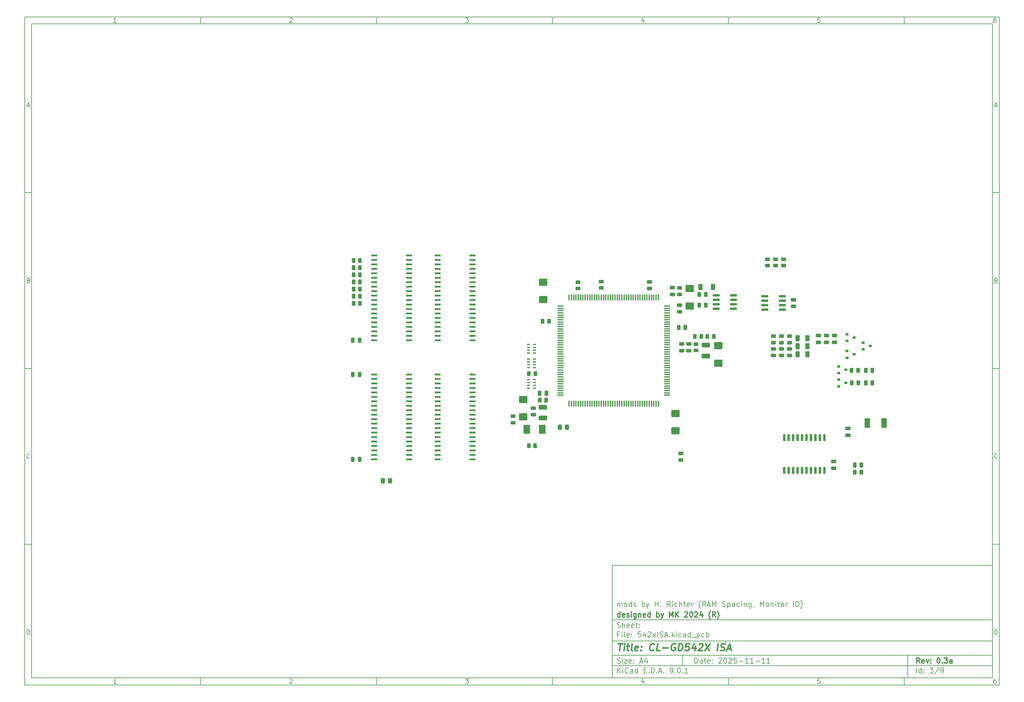
<source format=gtp>
%TF.GenerationSoftware,KiCad,Pcbnew,9.0.1*%
%TF.CreationDate,2025-11-11T13:16:59+01:00*%
%TF.ProjectId,542xISA,35343278-4953-4412-9e6b-696361645f70,0.3a*%
%TF.SameCoordinates,Original*%
%TF.FileFunction,Paste,Top*%
%TF.FilePolarity,Positive*%
%FSLAX46Y46*%
G04 Gerber Fmt 4.6, Leading zero omitted, Abs format (unit mm)*
G04 Created by KiCad (PCBNEW 9.0.1) date 2025-11-11 13:16:59*
%MOMM*%
%LPD*%
G01*
G04 APERTURE LIST*
G04 Aperture macros list*
%AMRoundRect*
0 Rectangle with rounded corners*
0 $1 Rounding radius*
0 $2 $3 $4 $5 $6 $7 $8 $9 X,Y pos of 4 corners*
0 Add a 4 corners polygon primitive as box body*
4,1,4,$2,$3,$4,$5,$6,$7,$8,$9,$2,$3,0*
0 Add four circle primitives for the rounded corners*
1,1,$1+$1,$2,$3*
1,1,$1+$1,$4,$5*
1,1,$1+$1,$6,$7*
1,1,$1+$1,$8,$9*
0 Add four rect primitives between the rounded corners*
20,1,$1+$1,$2,$3,$4,$5,0*
20,1,$1+$1,$4,$5,$6,$7,0*
20,1,$1+$1,$6,$7,$8,$9,0*
20,1,$1+$1,$8,$9,$2,$3,0*%
G04 Aperture macros list end*
%ADD10C,0.100000*%
%ADD11C,0.150000*%
%ADD12C,0.300000*%
%ADD13C,0.400000*%
%ADD14R,0.900000X0.800000*%
%ADD15RoundRect,0.250000X0.262500X0.450000X-0.262500X0.450000X-0.262500X-0.450000X0.262500X-0.450000X0*%
%ADD16RoundRect,0.250000X-0.250000X-0.475000X0.250000X-0.475000X0.250000X0.475000X-0.250000X0.475000X0*%
%ADD17RoundRect,0.250000X-0.475000X0.250000X-0.475000X-0.250000X0.475000X-0.250000X0.475000X0.250000X0*%
%ADD18RoundRect,0.250000X-0.925000X0.412500X-0.925000X-0.412500X0.925000X-0.412500X0.925000X0.412500X0*%
%ADD19RoundRect,0.250000X-0.925000X0.787500X-0.925000X-0.787500X0.925000X-0.787500X0.925000X0.787500X0*%
%ADD20RoundRect,0.250000X0.475000X-0.250000X0.475000X0.250000X-0.475000X0.250000X-0.475000X-0.250000X0*%
%ADD21RoundRect,0.250000X0.925000X-0.787500X0.925000X0.787500X-0.925000X0.787500X-0.925000X-0.787500X0*%
%ADD22RoundRect,0.250000X0.337500X0.475000X-0.337500X0.475000X-0.337500X-0.475000X0.337500X-0.475000X0*%
%ADD23R,1.500000X2.700000*%
%ADD24R,1.300000X1.700000*%
%ADD25RoundRect,0.243750X-0.243750X-0.456250X0.243750X-0.456250X0.243750X0.456250X-0.243750X0.456250X0*%
%ADD26RoundRect,0.250000X-0.450000X0.262500X-0.450000X-0.262500X0.450000X-0.262500X0.450000X0.262500X0*%
%ADD27RoundRect,0.250000X-0.262500X-0.450000X0.262500X-0.450000X0.262500X0.450000X-0.262500X0.450000X0*%
%ADD28RoundRect,0.100000X0.100000X-0.775000X0.100000X0.775000X-0.100000X0.775000X-0.100000X-0.775000X0*%
%ADD29RoundRect,0.100000X0.775000X-0.100000X0.775000X0.100000X-0.775000X0.100000X-0.775000X-0.100000X0*%
%ADD30RoundRect,0.150000X-0.825000X-0.150000X0.825000X-0.150000X0.825000X0.150000X-0.825000X0.150000X0*%
%ADD31RoundRect,0.250000X0.450000X-0.262500X0.450000X0.262500X-0.450000X0.262500X-0.450000X-0.262500X0*%
%ADD32R,1.778000X0.508000*%
%ADD33RoundRect,0.250000X0.250000X0.475000X-0.250000X0.475000X-0.250000X-0.475000X0.250000X-0.475000X0*%
%ADD34RoundRect,0.243750X-0.456250X0.243750X-0.456250X-0.243750X0.456250X-0.243750X0.456250X0.243750X0*%
%ADD35R,0.900000X0.400000*%
%ADD36RoundRect,0.243750X0.456250X-0.243750X0.456250X0.243750X-0.456250X0.243750X-0.456250X-0.243750X0*%
%ADD37RoundRect,0.150000X-0.150000X0.875000X-0.150000X-0.875000X0.150000X-0.875000X0.150000X0.875000X0*%
%ADD38RoundRect,0.250000X0.375000X0.625000X-0.375000X0.625000X-0.375000X-0.625000X0.375000X-0.625000X0*%
%ADD39R,1.900000X2.500000*%
G04 APERTURE END LIST*
D10*
D11*
X177002200Y-166007200D02*
X285002200Y-166007200D01*
X285002200Y-198007200D01*
X177002200Y-198007200D01*
X177002200Y-166007200D01*
D10*
D11*
X10000000Y-10000000D02*
X287002200Y-10000000D01*
X287002200Y-200007200D01*
X10000000Y-200007200D01*
X10000000Y-10000000D01*
D10*
D11*
X12000000Y-12000000D02*
X285002200Y-12000000D01*
X285002200Y-198007200D01*
X12000000Y-198007200D01*
X12000000Y-12000000D01*
D10*
D11*
X60000000Y-12000000D02*
X60000000Y-10000000D01*
D10*
D11*
X110000000Y-12000000D02*
X110000000Y-10000000D01*
D10*
D11*
X160000000Y-12000000D02*
X160000000Y-10000000D01*
D10*
D11*
X210000000Y-12000000D02*
X210000000Y-10000000D01*
D10*
D11*
X260000000Y-12000000D02*
X260000000Y-10000000D01*
D10*
D11*
X36089160Y-11593604D02*
X35346303Y-11593604D01*
X35717731Y-11593604D02*
X35717731Y-10293604D01*
X35717731Y-10293604D02*
X35593922Y-10479319D01*
X35593922Y-10479319D02*
X35470112Y-10603128D01*
X35470112Y-10603128D02*
X35346303Y-10665033D01*
D10*
D11*
X85346303Y-10417414D02*
X85408207Y-10355509D01*
X85408207Y-10355509D02*
X85532017Y-10293604D01*
X85532017Y-10293604D02*
X85841541Y-10293604D01*
X85841541Y-10293604D02*
X85965350Y-10355509D01*
X85965350Y-10355509D02*
X86027255Y-10417414D01*
X86027255Y-10417414D02*
X86089160Y-10541223D01*
X86089160Y-10541223D02*
X86089160Y-10665033D01*
X86089160Y-10665033D02*
X86027255Y-10850747D01*
X86027255Y-10850747D02*
X85284398Y-11593604D01*
X85284398Y-11593604D02*
X86089160Y-11593604D01*
D10*
D11*
X135284398Y-10293604D02*
X136089160Y-10293604D01*
X136089160Y-10293604D02*
X135655826Y-10788842D01*
X135655826Y-10788842D02*
X135841541Y-10788842D01*
X135841541Y-10788842D02*
X135965350Y-10850747D01*
X135965350Y-10850747D02*
X136027255Y-10912652D01*
X136027255Y-10912652D02*
X136089160Y-11036461D01*
X136089160Y-11036461D02*
X136089160Y-11345985D01*
X136089160Y-11345985D02*
X136027255Y-11469795D01*
X136027255Y-11469795D02*
X135965350Y-11531700D01*
X135965350Y-11531700D02*
X135841541Y-11593604D01*
X135841541Y-11593604D02*
X135470112Y-11593604D01*
X135470112Y-11593604D02*
X135346303Y-11531700D01*
X135346303Y-11531700D02*
X135284398Y-11469795D01*
D10*
D11*
X185965350Y-10726938D02*
X185965350Y-11593604D01*
X185655826Y-10231700D02*
X185346303Y-11160271D01*
X185346303Y-11160271D02*
X186151064Y-11160271D01*
D10*
D11*
X236027255Y-10293604D02*
X235408207Y-10293604D01*
X235408207Y-10293604D02*
X235346303Y-10912652D01*
X235346303Y-10912652D02*
X235408207Y-10850747D01*
X235408207Y-10850747D02*
X235532017Y-10788842D01*
X235532017Y-10788842D02*
X235841541Y-10788842D01*
X235841541Y-10788842D02*
X235965350Y-10850747D01*
X235965350Y-10850747D02*
X236027255Y-10912652D01*
X236027255Y-10912652D02*
X236089160Y-11036461D01*
X236089160Y-11036461D02*
X236089160Y-11345985D01*
X236089160Y-11345985D02*
X236027255Y-11469795D01*
X236027255Y-11469795D02*
X235965350Y-11531700D01*
X235965350Y-11531700D02*
X235841541Y-11593604D01*
X235841541Y-11593604D02*
X235532017Y-11593604D01*
X235532017Y-11593604D02*
X235408207Y-11531700D01*
X235408207Y-11531700D02*
X235346303Y-11469795D01*
D10*
D11*
X285965350Y-10293604D02*
X285717731Y-10293604D01*
X285717731Y-10293604D02*
X285593922Y-10355509D01*
X285593922Y-10355509D02*
X285532017Y-10417414D01*
X285532017Y-10417414D02*
X285408207Y-10603128D01*
X285408207Y-10603128D02*
X285346303Y-10850747D01*
X285346303Y-10850747D02*
X285346303Y-11345985D01*
X285346303Y-11345985D02*
X285408207Y-11469795D01*
X285408207Y-11469795D02*
X285470112Y-11531700D01*
X285470112Y-11531700D02*
X285593922Y-11593604D01*
X285593922Y-11593604D02*
X285841541Y-11593604D01*
X285841541Y-11593604D02*
X285965350Y-11531700D01*
X285965350Y-11531700D02*
X286027255Y-11469795D01*
X286027255Y-11469795D02*
X286089160Y-11345985D01*
X286089160Y-11345985D02*
X286089160Y-11036461D01*
X286089160Y-11036461D02*
X286027255Y-10912652D01*
X286027255Y-10912652D02*
X285965350Y-10850747D01*
X285965350Y-10850747D02*
X285841541Y-10788842D01*
X285841541Y-10788842D02*
X285593922Y-10788842D01*
X285593922Y-10788842D02*
X285470112Y-10850747D01*
X285470112Y-10850747D02*
X285408207Y-10912652D01*
X285408207Y-10912652D02*
X285346303Y-11036461D01*
D10*
D11*
X60000000Y-198007200D02*
X60000000Y-200007200D01*
D10*
D11*
X110000000Y-198007200D02*
X110000000Y-200007200D01*
D10*
D11*
X160000000Y-198007200D02*
X160000000Y-200007200D01*
D10*
D11*
X210000000Y-198007200D02*
X210000000Y-200007200D01*
D10*
D11*
X260000000Y-198007200D02*
X260000000Y-200007200D01*
D10*
D11*
X36089160Y-199600804D02*
X35346303Y-199600804D01*
X35717731Y-199600804D02*
X35717731Y-198300804D01*
X35717731Y-198300804D02*
X35593922Y-198486519D01*
X35593922Y-198486519D02*
X35470112Y-198610328D01*
X35470112Y-198610328D02*
X35346303Y-198672233D01*
D10*
D11*
X85346303Y-198424614D02*
X85408207Y-198362709D01*
X85408207Y-198362709D02*
X85532017Y-198300804D01*
X85532017Y-198300804D02*
X85841541Y-198300804D01*
X85841541Y-198300804D02*
X85965350Y-198362709D01*
X85965350Y-198362709D02*
X86027255Y-198424614D01*
X86027255Y-198424614D02*
X86089160Y-198548423D01*
X86089160Y-198548423D02*
X86089160Y-198672233D01*
X86089160Y-198672233D02*
X86027255Y-198857947D01*
X86027255Y-198857947D02*
X85284398Y-199600804D01*
X85284398Y-199600804D02*
X86089160Y-199600804D01*
D10*
D11*
X135284398Y-198300804D02*
X136089160Y-198300804D01*
X136089160Y-198300804D02*
X135655826Y-198796042D01*
X135655826Y-198796042D02*
X135841541Y-198796042D01*
X135841541Y-198796042D02*
X135965350Y-198857947D01*
X135965350Y-198857947D02*
X136027255Y-198919852D01*
X136027255Y-198919852D02*
X136089160Y-199043661D01*
X136089160Y-199043661D02*
X136089160Y-199353185D01*
X136089160Y-199353185D02*
X136027255Y-199476995D01*
X136027255Y-199476995D02*
X135965350Y-199538900D01*
X135965350Y-199538900D02*
X135841541Y-199600804D01*
X135841541Y-199600804D02*
X135470112Y-199600804D01*
X135470112Y-199600804D02*
X135346303Y-199538900D01*
X135346303Y-199538900D02*
X135284398Y-199476995D01*
D10*
D11*
X185965350Y-198734138D02*
X185965350Y-199600804D01*
X185655826Y-198238900D02*
X185346303Y-199167471D01*
X185346303Y-199167471D02*
X186151064Y-199167471D01*
D10*
D11*
X236027255Y-198300804D02*
X235408207Y-198300804D01*
X235408207Y-198300804D02*
X235346303Y-198919852D01*
X235346303Y-198919852D02*
X235408207Y-198857947D01*
X235408207Y-198857947D02*
X235532017Y-198796042D01*
X235532017Y-198796042D02*
X235841541Y-198796042D01*
X235841541Y-198796042D02*
X235965350Y-198857947D01*
X235965350Y-198857947D02*
X236027255Y-198919852D01*
X236027255Y-198919852D02*
X236089160Y-199043661D01*
X236089160Y-199043661D02*
X236089160Y-199353185D01*
X236089160Y-199353185D02*
X236027255Y-199476995D01*
X236027255Y-199476995D02*
X235965350Y-199538900D01*
X235965350Y-199538900D02*
X235841541Y-199600804D01*
X235841541Y-199600804D02*
X235532017Y-199600804D01*
X235532017Y-199600804D02*
X235408207Y-199538900D01*
X235408207Y-199538900D02*
X235346303Y-199476995D01*
D10*
D11*
X285965350Y-198300804D02*
X285717731Y-198300804D01*
X285717731Y-198300804D02*
X285593922Y-198362709D01*
X285593922Y-198362709D02*
X285532017Y-198424614D01*
X285532017Y-198424614D02*
X285408207Y-198610328D01*
X285408207Y-198610328D02*
X285346303Y-198857947D01*
X285346303Y-198857947D02*
X285346303Y-199353185D01*
X285346303Y-199353185D02*
X285408207Y-199476995D01*
X285408207Y-199476995D02*
X285470112Y-199538900D01*
X285470112Y-199538900D02*
X285593922Y-199600804D01*
X285593922Y-199600804D02*
X285841541Y-199600804D01*
X285841541Y-199600804D02*
X285965350Y-199538900D01*
X285965350Y-199538900D02*
X286027255Y-199476995D01*
X286027255Y-199476995D02*
X286089160Y-199353185D01*
X286089160Y-199353185D02*
X286089160Y-199043661D01*
X286089160Y-199043661D02*
X286027255Y-198919852D01*
X286027255Y-198919852D02*
X285965350Y-198857947D01*
X285965350Y-198857947D02*
X285841541Y-198796042D01*
X285841541Y-198796042D02*
X285593922Y-198796042D01*
X285593922Y-198796042D02*
X285470112Y-198857947D01*
X285470112Y-198857947D02*
X285408207Y-198919852D01*
X285408207Y-198919852D02*
X285346303Y-199043661D01*
D10*
D11*
X10000000Y-60000000D02*
X12000000Y-60000000D01*
D10*
D11*
X10000000Y-110000000D02*
X12000000Y-110000000D01*
D10*
D11*
X10000000Y-160000000D02*
X12000000Y-160000000D01*
D10*
D11*
X10690476Y-35222176D02*
X11309523Y-35222176D01*
X10566666Y-35593604D02*
X10999999Y-34293604D01*
X10999999Y-34293604D02*
X11433333Y-35593604D01*
D10*
D11*
X11092857Y-84912652D02*
X11278571Y-84974557D01*
X11278571Y-84974557D02*
X11340476Y-85036461D01*
X11340476Y-85036461D02*
X11402380Y-85160271D01*
X11402380Y-85160271D02*
X11402380Y-85345985D01*
X11402380Y-85345985D02*
X11340476Y-85469795D01*
X11340476Y-85469795D02*
X11278571Y-85531700D01*
X11278571Y-85531700D02*
X11154761Y-85593604D01*
X11154761Y-85593604D02*
X10659523Y-85593604D01*
X10659523Y-85593604D02*
X10659523Y-84293604D01*
X10659523Y-84293604D02*
X11092857Y-84293604D01*
X11092857Y-84293604D02*
X11216666Y-84355509D01*
X11216666Y-84355509D02*
X11278571Y-84417414D01*
X11278571Y-84417414D02*
X11340476Y-84541223D01*
X11340476Y-84541223D02*
X11340476Y-84665033D01*
X11340476Y-84665033D02*
X11278571Y-84788842D01*
X11278571Y-84788842D02*
X11216666Y-84850747D01*
X11216666Y-84850747D02*
X11092857Y-84912652D01*
X11092857Y-84912652D02*
X10659523Y-84912652D01*
D10*
D11*
X11402380Y-135469795D02*
X11340476Y-135531700D01*
X11340476Y-135531700D02*
X11154761Y-135593604D01*
X11154761Y-135593604D02*
X11030952Y-135593604D01*
X11030952Y-135593604D02*
X10845238Y-135531700D01*
X10845238Y-135531700D02*
X10721428Y-135407890D01*
X10721428Y-135407890D02*
X10659523Y-135284080D01*
X10659523Y-135284080D02*
X10597619Y-135036461D01*
X10597619Y-135036461D02*
X10597619Y-134850747D01*
X10597619Y-134850747D02*
X10659523Y-134603128D01*
X10659523Y-134603128D02*
X10721428Y-134479319D01*
X10721428Y-134479319D02*
X10845238Y-134355509D01*
X10845238Y-134355509D02*
X11030952Y-134293604D01*
X11030952Y-134293604D02*
X11154761Y-134293604D01*
X11154761Y-134293604D02*
X11340476Y-134355509D01*
X11340476Y-134355509D02*
X11402380Y-134417414D01*
D10*
D11*
X10659523Y-185593604D02*
X10659523Y-184293604D01*
X10659523Y-184293604D02*
X10969047Y-184293604D01*
X10969047Y-184293604D02*
X11154761Y-184355509D01*
X11154761Y-184355509D02*
X11278571Y-184479319D01*
X11278571Y-184479319D02*
X11340476Y-184603128D01*
X11340476Y-184603128D02*
X11402380Y-184850747D01*
X11402380Y-184850747D02*
X11402380Y-185036461D01*
X11402380Y-185036461D02*
X11340476Y-185284080D01*
X11340476Y-185284080D02*
X11278571Y-185407890D01*
X11278571Y-185407890D02*
X11154761Y-185531700D01*
X11154761Y-185531700D02*
X10969047Y-185593604D01*
X10969047Y-185593604D02*
X10659523Y-185593604D01*
D10*
D11*
X287002200Y-60000000D02*
X285002200Y-60000000D01*
D10*
D11*
X287002200Y-110000000D02*
X285002200Y-110000000D01*
D10*
D11*
X287002200Y-160000000D02*
X285002200Y-160000000D01*
D10*
D11*
X285692676Y-35222176D02*
X286311723Y-35222176D01*
X285568866Y-35593604D02*
X286002199Y-34293604D01*
X286002199Y-34293604D02*
X286435533Y-35593604D01*
D10*
D11*
X286095057Y-84912652D02*
X286280771Y-84974557D01*
X286280771Y-84974557D02*
X286342676Y-85036461D01*
X286342676Y-85036461D02*
X286404580Y-85160271D01*
X286404580Y-85160271D02*
X286404580Y-85345985D01*
X286404580Y-85345985D02*
X286342676Y-85469795D01*
X286342676Y-85469795D02*
X286280771Y-85531700D01*
X286280771Y-85531700D02*
X286156961Y-85593604D01*
X286156961Y-85593604D02*
X285661723Y-85593604D01*
X285661723Y-85593604D02*
X285661723Y-84293604D01*
X285661723Y-84293604D02*
X286095057Y-84293604D01*
X286095057Y-84293604D02*
X286218866Y-84355509D01*
X286218866Y-84355509D02*
X286280771Y-84417414D01*
X286280771Y-84417414D02*
X286342676Y-84541223D01*
X286342676Y-84541223D02*
X286342676Y-84665033D01*
X286342676Y-84665033D02*
X286280771Y-84788842D01*
X286280771Y-84788842D02*
X286218866Y-84850747D01*
X286218866Y-84850747D02*
X286095057Y-84912652D01*
X286095057Y-84912652D02*
X285661723Y-84912652D01*
D10*
D11*
X286404580Y-135469795D02*
X286342676Y-135531700D01*
X286342676Y-135531700D02*
X286156961Y-135593604D01*
X286156961Y-135593604D02*
X286033152Y-135593604D01*
X286033152Y-135593604D02*
X285847438Y-135531700D01*
X285847438Y-135531700D02*
X285723628Y-135407890D01*
X285723628Y-135407890D02*
X285661723Y-135284080D01*
X285661723Y-135284080D02*
X285599819Y-135036461D01*
X285599819Y-135036461D02*
X285599819Y-134850747D01*
X285599819Y-134850747D02*
X285661723Y-134603128D01*
X285661723Y-134603128D02*
X285723628Y-134479319D01*
X285723628Y-134479319D02*
X285847438Y-134355509D01*
X285847438Y-134355509D02*
X286033152Y-134293604D01*
X286033152Y-134293604D02*
X286156961Y-134293604D01*
X286156961Y-134293604D02*
X286342676Y-134355509D01*
X286342676Y-134355509D02*
X286404580Y-134417414D01*
D10*
D11*
X285661723Y-185593604D02*
X285661723Y-184293604D01*
X285661723Y-184293604D02*
X285971247Y-184293604D01*
X285971247Y-184293604D02*
X286156961Y-184355509D01*
X286156961Y-184355509D02*
X286280771Y-184479319D01*
X286280771Y-184479319D02*
X286342676Y-184603128D01*
X286342676Y-184603128D02*
X286404580Y-184850747D01*
X286404580Y-184850747D02*
X286404580Y-185036461D01*
X286404580Y-185036461D02*
X286342676Y-185284080D01*
X286342676Y-185284080D02*
X286280771Y-185407890D01*
X286280771Y-185407890D02*
X286156961Y-185531700D01*
X286156961Y-185531700D02*
X285971247Y-185593604D01*
X285971247Y-185593604D02*
X285661723Y-185593604D01*
D10*
D11*
X200458026Y-193793328D02*
X200458026Y-192293328D01*
X200458026Y-192293328D02*
X200815169Y-192293328D01*
X200815169Y-192293328D02*
X201029455Y-192364757D01*
X201029455Y-192364757D02*
X201172312Y-192507614D01*
X201172312Y-192507614D02*
X201243741Y-192650471D01*
X201243741Y-192650471D02*
X201315169Y-192936185D01*
X201315169Y-192936185D02*
X201315169Y-193150471D01*
X201315169Y-193150471D02*
X201243741Y-193436185D01*
X201243741Y-193436185D02*
X201172312Y-193579042D01*
X201172312Y-193579042D02*
X201029455Y-193721900D01*
X201029455Y-193721900D02*
X200815169Y-193793328D01*
X200815169Y-193793328D02*
X200458026Y-193793328D01*
X202600884Y-193793328D02*
X202600884Y-193007614D01*
X202600884Y-193007614D02*
X202529455Y-192864757D01*
X202529455Y-192864757D02*
X202386598Y-192793328D01*
X202386598Y-192793328D02*
X202100884Y-192793328D01*
X202100884Y-192793328D02*
X201958026Y-192864757D01*
X202600884Y-193721900D02*
X202458026Y-193793328D01*
X202458026Y-193793328D02*
X202100884Y-193793328D01*
X202100884Y-193793328D02*
X201958026Y-193721900D01*
X201958026Y-193721900D02*
X201886598Y-193579042D01*
X201886598Y-193579042D02*
X201886598Y-193436185D01*
X201886598Y-193436185D02*
X201958026Y-193293328D01*
X201958026Y-193293328D02*
X202100884Y-193221900D01*
X202100884Y-193221900D02*
X202458026Y-193221900D01*
X202458026Y-193221900D02*
X202600884Y-193150471D01*
X203100884Y-192793328D02*
X203672312Y-192793328D01*
X203315169Y-192293328D02*
X203315169Y-193579042D01*
X203315169Y-193579042D02*
X203386598Y-193721900D01*
X203386598Y-193721900D02*
X203529455Y-193793328D01*
X203529455Y-193793328D02*
X203672312Y-193793328D01*
X204743741Y-193721900D02*
X204600884Y-193793328D01*
X204600884Y-193793328D02*
X204315170Y-193793328D01*
X204315170Y-193793328D02*
X204172312Y-193721900D01*
X204172312Y-193721900D02*
X204100884Y-193579042D01*
X204100884Y-193579042D02*
X204100884Y-193007614D01*
X204100884Y-193007614D02*
X204172312Y-192864757D01*
X204172312Y-192864757D02*
X204315170Y-192793328D01*
X204315170Y-192793328D02*
X204600884Y-192793328D01*
X204600884Y-192793328D02*
X204743741Y-192864757D01*
X204743741Y-192864757D02*
X204815170Y-193007614D01*
X204815170Y-193007614D02*
X204815170Y-193150471D01*
X204815170Y-193150471D02*
X204100884Y-193293328D01*
X205458026Y-193650471D02*
X205529455Y-193721900D01*
X205529455Y-193721900D02*
X205458026Y-193793328D01*
X205458026Y-193793328D02*
X205386598Y-193721900D01*
X205386598Y-193721900D02*
X205458026Y-193650471D01*
X205458026Y-193650471D02*
X205458026Y-193793328D01*
X205458026Y-192864757D02*
X205529455Y-192936185D01*
X205529455Y-192936185D02*
X205458026Y-193007614D01*
X205458026Y-193007614D02*
X205386598Y-192936185D01*
X205386598Y-192936185D02*
X205458026Y-192864757D01*
X205458026Y-192864757D02*
X205458026Y-193007614D01*
X207243741Y-192436185D02*
X207315169Y-192364757D01*
X207315169Y-192364757D02*
X207458027Y-192293328D01*
X207458027Y-192293328D02*
X207815169Y-192293328D01*
X207815169Y-192293328D02*
X207958027Y-192364757D01*
X207958027Y-192364757D02*
X208029455Y-192436185D01*
X208029455Y-192436185D02*
X208100884Y-192579042D01*
X208100884Y-192579042D02*
X208100884Y-192721900D01*
X208100884Y-192721900D02*
X208029455Y-192936185D01*
X208029455Y-192936185D02*
X207172312Y-193793328D01*
X207172312Y-193793328D02*
X208100884Y-193793328D01*
X209029455Y-192293328D02*
X209172312Y-192293328D01*
X209172312Y-192293328D02*
X209315169Y-192364757D01*
X209315169Y-192364757D02*
X209386598Y-192436185D01*
X209386598Y-192436185D02*
X209458026Y-192579042D01*
X209458026Y-192579042D02*
X209529455Y-192864757D01*
X209529455Y-192864757D02*
X209529455Y-193221900D01*
X209529455Y-193221900D02*
X209458026Y-193507614D01*
X209458026Y-193507614D02*
X209386598Y-193650471D01*
X209386598Y-193650471D02*
X209315169Y-193721900D01*
X209315169Y-193721900D02*
X209172312Y-193793328D01*
X209172312Y-193793328D02*
X209029455Y-193793328D01*
X209029455Y-193793328D02*
X208886598Y-193721900D01*
X208886598Y-193721900D02*
X208815169Y-193650471D01*
X208815169Y-193650471D02*
X208743740Y-193507614D01*
X208743740Y-193507614D02*
X208672312Y-193221900D01*
X208672312Y-193221900D02*
X208672312Y-192864757D01*
X208672312Y-192864757D02*
X208743740Y-192579042D01*
X208743740Y-192579042D02*
X208815169Y-192436185D01*
X208815169Y-192436185D02*
X208886598Y-192364757D01*
X208886598Y-192364757D02*
X209029455Y-192293328D01*
X210100883Y-192436185D02*
X210172311Y-192364757D01*
X210172311Y-192364757D02*
X210315169Y-192293328D01*
X210315169Y-192293328D02*
X210672311Y-192293328D01*
X210672311Y-192293328D02*
X210815169Y-192364757D01*
X210815169Y-192364757D02*
X210886597Y-192436185D01*
X210886597Y-192436185D02*
X210958026Y-192579042D01*
X210958026Y-192579042D02*
X210958026Y-192721900D01*
X210958026Y-192721900D02*
X210886597Y-192936185D01*
X210886597Y-192936185D02*
X210029454Y-193793328D01*
X210029454Y-193793328D02*
X210958026Y-193793328D01*
X212315168Y-192293328D02*
X211600882Y-192293328D01*
X211600882Y-192293328D02*
X211529454Y-193007614D01*
X211529454Y-193007614D02*
X211600882Y-192936185D01*
X211600882Y-192936185D02*
X211743740Y-192864757D01*
X211743740Y-192864757D02*
X212100882Y-192864757D01*
X212100882Y-192864757D02*
X212243740Y-192936185D01*
X212243740Y-192936185D02*
X212315168Y-193007614D01*
X212315168Y-193007614D02*
X212386597Y-193150471D01*
X212386597Y-193150471D02*
X212386597Y-193507614D01*
X212386597Y-193507614D02*
X212315168Y-193650471D01*
X212315168Y-193650471D02*
X212243740Y-193721900D01*
X212243740Y-193721900D02*
X212100882Y-193793328D01*
X212100882Y-193793328D02*
X211743740Y-193793328D01*
X211743740Y-193793328D02*
X211600882Y-193721900D01*
X211600882Y-193721900D02*
X211529454Y-193650471D01*
X213029453Y-193221900D02*
X214172311Y-193221900D01*
X215672311Y-193793328D02*
X214815168Y-193793328D01*
X215243739Y-193793328D02*
X215243739Y-192293328D01*
X215243739Y-192293328D02*
X215100882Y-192507614D01*
X215100882Y-192507614D02*
X214958025Y-192650471D01*
X214958025Y-192650471D02*
X214815168Y-192721900D01*
X217100882Y-193793328D02*
X216243739Y-193793328D01*
X216672310Y-193793328D02*
X216672310Y-192293328D01*
X216672310Y-192293328D02*
X216529453Y-192507614D01*
X216529453Y-192507614D02*
X216386596Y-192650471D01*
X216386596Y-192650471D02*
X216243739Y-192721900D01*
X217743738Y-193221900D02*
X218886596Y-193221900D01*
X220386596Y-193793328D02*
X219529453Y-193793328D01*
X219958024Y-193793328D02*
X219958024Y-192293328D01*
X219958024Y-192293328D02*
X219815167Y-192507614D01*
X219815167Y-192507614D02*
X219672310Y-192650471D01*
X219672310Y-192650471D02*
X219529453Y-192721900D01*
X221815167Y-193793328D02*
X220958024Y-193793328D01*
X221386595Y-193793328D02*
X221386595Y-192293328D01*
X221386595Y-192293328D02*
X221243738Y-192507614D01*
X221243738Y-192507614D02*
X221100881Y-192650471D01*
X221100881Y-192650471D02*
X220958024Y-192721900D01*
D10*
D11*
X177002200Y-194507200D02*
X285002200Y-194507200D01*
D10*
D11*
X178458026Y-196593328D02*
X178458026Y-195093328D01*
X179315169Y-196593328D02*
X178672312Y-195736185D01*
X179315169Y-195093328D02*
X178458026Y-195950471D01*
X179958026Y-196593328D02*
X179958026Y-195593328D01*
X179958026Y-195093328D02*
X179886598Y-195164757D01*
X179886598Y-195164757D02*
X179958026Y-195236185D01*
X179958026Y-195236185D02*
X180029455Y-195164757D01*
X180029455Y-195164757D02*
X179958026Y-195093328D01*
X179958026Y-195093328D02*
X179958026Y-195236185D01*
X181529455Y-196450471D02*
X181458027Y-196521900D01*
X181458027Y-196521900D02*
X181243741Y-196593328D01*
X181243741Y-196593328D02*
X181100884Y-196593328D01*
X181100884Y-196593328D02*
X180886598Y-196521900D01*
X180886598Y-196521900D02*
X180743741Y-196379042D01*
X180743741Y-196379042D02*
X180672312Y-196236185D01*
X180672312Y-196236185D02*
X180600884Y-195950471D01*
X180600884Y-195950471D02*
X180600884Y-195736185D01*
X180600884Y-195736185D02*
X180672312Y-195450471D01*
X180672312Y-195450471D02*
X180743741Y-195307614D01*
X180743741Y-195307614D02*
X180886598Y-195164757D01*
X180886598Y-195164757D02*
X181100884Y-195093328D01*
X181100884Y-195093328D02*
X181243741Y-195093328D01*
X181243741Y-195093328D02*
X181458027Y-195164757D01*
X181458027Y-195164757D02*
X181529455Y-195236185D01*
X182815170Y-196593328D02*
X182815170Y-195807614D01*
X182815170Y-195807614D02*
X182743741Y-195664757D01*
X182743741Y-195664757D02*
X182600884Y-195593328D01*
X182600884Y-195593328D02*
X182315170Y-195593328D01*
X182315170Y-195593328D02*
X182172312Y-195664757D01*
X182815170Y-196521900D02*
X182672312Y-196593328D01*
X182672312Y-196593328D02*
X182315170Y-196593328D01*
X182315170Y-196593328D02*
X182172312Y-196521900D01*
X182172312Y-196521900D02*
X182100884Y-196379042D01*
X182100884Y-196379042D02*
X182100884Y-196236185D01*
X182100884Y-196236185D02*
X182172312Y-196093328D01*
X182172312Y-196093328D02*
X182315170Y-196021900D01*
X182315170Y-196021900D02*
X182672312Y-196021900D01*
X182672312Y-196021900D02*
X182815170Y-195950471D01*
X184172313Y-196593328D02*
X184172313Y-195093328D01*
X184172313Y-196521900D02*
X184029455Y-196593328D01*
X184029455Y-196593328D02*
X183743741Y-196593328D01*
X183743741Y-196593328D02*
X183600884Y-196521900D01*
X183600884Y-196521900D02*
X183529455Y-196450471D01*
X183529455Y-196450471D02*
X183458027Y-196307614D01*
X183458027Y-196307614D02*
X183458027Y-195879042D01*
X183458027Y-195879042D02*
X183529455Y-195736185D01*
X183529455Y-195736185D02*
X183600884Y-195664757D01*
X183600884Y-195664757D02*
X183743741Y-195593328D01*
X183743741Y-195593328D02*
X184029455Y-195593328D01*
X184029455Y-195593328D02*
X184172313Y-195664757D01*
X186029455Y-195807614D02*
X186529455Y-195807614D01*
X186743741Y-196593328D02*
X186029455Y-196593328D01*
X186029455Y-196593328D02*
X186029455Y-195093328D01*
X186029455Y-195093328D02*
X186743741Y-195093328D01*
X187386598Y-196450471D02*
X187458027Y-196521900D01*
X187458027Y-196521900D02*
X187386598Y-196593328D01*
X187386598Y-196593328D02*
X187315170Y-196521900D01*
X187315170Y-196521900D02*
X187386598Y-196450471D01*
X187386598Y-196450471D02*
X187386598Y-196593328D01*
X188100884Y-196593328D02*
X188100884Y-195093328D01*
X188100884Y-195093328D02*
X188458027Y-195093328D01*
X188458027Y-195093328D02*
X188672313Y-195164757D01*
X188672313Y-195164757D02*
X188815170Y-195307614D01*
X188815170Y-195307614D02*
X188886599Y-195450471D01*
X188886599Y-195450471D02*
X188958027Y-195736185D01*
X188958027Y-195736185D02*
X188958027Y-195950471D01*
X188958027Y-195950471D02*
X188886599Y-196236185D01*
X188886599Y-196236185D02*
X188815170Y-196379042D01*
X188815170Y-196379042D02*
X188672313Y-196521900D01*
X188672313Y-196521900D02*
X188458027Y-196593328D01*
X188458027Y-196593328D02*
X188100884Y-196593328D01*
X189600884Y-196450471D02*
X189672313Y-196521900D01*
X189672313Y-196521900D02*
X189600884Y-196593328D01*
X189600884Y-196593328D02*
X189529456Y-196521900D01*
X189529456Y-196521900D02*
X189600884Y-196450471D01*
X189600884Y-196450471D02*
X189600884Y-196593328D01*
X190243742Y-196164757D02*
X190958028Y-196164757D01*
X190100885Y-196593328D02*
X190600885Y-195093328D01*
X190600885Y-195093328D02*
X191100885Y-196593328D01*
X191600884Y-196450471D02*
X191672313Y-196521900D01*
X191672313Y-196521900D02*
X191600884Y-196593328D01*
X191600884Y-196593328D02*
X191529456Y-196521900D01*
X191529456Y-196521900D02*
X191600884Y-196450471D01*
X191600884Y-196450471D02*
X191600884Y-196593328D01*
X193529456Y-196593328D02*
X193815170Y-196593328D01*
X193815170Y-196593328D02*
X193958027Y-196521900D01*
X193958027Y-196521900D02*
X194029456Y-196450471D01*
X194029456Y-196450471D02*
X194172313Y-196236185D01*
X194172313Y-196236185D02*
X194243742Y-195950471D01*
X194243742Y-195950471D02*
X194243742Y-195379042D01*
X194243742Y-195379042D02*
X194172313Y-195236185D01*
X194172313Y-195236185D02*
X194100885Y-195164757D01*
X194100885Y-195164757D02*
X193958027Y-195093328D01*
X193958027Y-195093328D02*
X193672313Y-195093328D01*
X193672313Y-195093328D02*
X193529456Y-195164757D01*
X193529456Y-195164757D02*
X193458027Y-195236185D01*
X193458027Y-195236185D02*
X193386599Y-195379042D01*
X193386599Y-195379042D02*
X193386599Y-195736185D01*
X193386599Y-195736185D02*
X193458027Y-195879042D01*
X193458027Y-195879042D02*
X193529456Y-195950471D01*
X193529456Y-195950471D02*
X193672313Y-196021900D01*
X193672313Y-196021900D02*
X193958027Y-196021900D01*
X193958027Y-196021900D02*
X194100885Y-195950471D01*
X194100885Y-195950471D02*
X194172313Y-195879042D01*
X194172313Y-195879042D02*
X194243742Y-195736185D01*
X194886598Y-196450471D02*
X194958027Y-196521900D01*
X194958027Y-196521900D02*
X194886598Y-196593328D01*
X194886598Y-196593328D02*
X194815170Y-196521900D01*
X194815170Y-196521900D02*
X194886598Y-196450471D01*
X194886598Y-196450471D02*
X194886598Y-196593328D01*
X195886599Y-195093328D02*
X196029456Y-195093328D01*
X196029456Y-195093328D02*
X196172313Y-195164757D01*
X196172313Y-195164757D02*
X196243742Y-195236185D01*
X196243742Y-195236185D02*
X196315170Y-195379042D01*
X196315170Y-195379042D02*
X196386599Y-195664757D01*
X196386599Y-195664757D02*
X196386599Y-196021900D01*
X196386599Y-196021900D02*
X196315170Y-196307614D01*
X196315170Y-196307614D02*
X196243742Y-196450471D01*
X196243742Y-196450471D02*
X196172313Y-196521900D01*
X196172313Y-196521900D02*
X196029456Y-196593328D01*
X196029456Y-196593328D02*
X195886599Y-196593328D01*
X195886599Y-196593328D02*
X195743742Y-196521900D01*
X195743742Y-196521900D02*
X195672313Y-196450471D01*
X195672313Y-196450471D02*
X195600884Y-196307614D01*
X195600884Y-196307614D02*
X195529456Y-196021900D01*
X195529456Y-196021900D02*
X195529456Y-195664757D01*
X195529456Y-195664757D02*
X195600884Y-195379042D01*
X195600884Y-195379042D02*
X195672313Y-195236185D01*
X195672313Y-195236185D02*
X195743742Y-195164757D01*
X195743742Y-195164757D02*
X195886599Y-195093328D01*
X197029455Y-196450471D02*
X197100884Y-196521900D01*
X197100884Y-196521900D02*
X197029455Y-196593328D01*
X197029455Y-196593328D02*
X196958027Y-196521900D01*
X196958027Y-196521900D02*
X197029455Y-196450471D01*
X197029455Y-196450471D02*
X197029455Y-196593328D01*
X198529456Y-196593328D02*
X197672313Y-196593328D01*
X198100884Y-196593328D02*
X198100884Y-195093328D01*
X198100884Y-195093328D02*
X197958027Y-195307614D01*
X197958027Y-195307614D02*
X197815170Y-195450471D01*
X197815170Y-195450471D02*
X197672313Y-195521900D01*
D10*
D11*
X177002200Y-191507200D02*
X285002200Y-191507200D01*
D10*
D12*
X264413853Y-193785528D02*
X263913853Y-193071242D01*
X263556710Y-193785528D02*
X263556710Y-192285528D01*
X263556710Y-192285528D02*
X264128139Y-192285528D01*
X264128139Y-192285528D02*
X264270996Y-192356957D01*
X264270996Y-192356957D02*
X264342425Y-192428385D01*
X264342425Y-192428385D02*
X264413853Y-192571242D01*
X264413853Y-192571242D02*
X264413853Y-192785528D01*
X264413853Y-192785528D02*
X264342425Y-192928385D01*
X264342425Y-192928385D02*
X264270996Y-192999814D01*
X264270996Y-192999814D02*
X264128139Y-193071242D01*
X264128139Y-193071242D02*
X263556710Y-193071242D01*
X265628139Y-193714100D02*
X265485282Y-193785528D01*
X265485282Y-193785528D02*
X265199568Y-193785528D01*
X265199568Y-193785528D02*
X265056710Y-193714100D01*
X265056710Y-193714100D02*
X264985282Y-193571242D01*
X264985282Y-193571242D02*
X264985282Y-192999814D01*
X264985282Y-192999814D02*
X265056710Y-192856957D01*
X265056710Y-192856957D02*
X265199568Y-192785528D01*
X265199568Y-192785528D02*
X265485282Y-192785528D01*
X265485282Y-192785528D02*
X265628139Y-192856957D01*
X265628139Y-192856957D02*
X265699568Y-192999814D01*
X265699568Y-192999814D02*
X265699568Y-193142671D01*
X265699568Y-193142671D02*
X264985282Y-193285528D01*
X266199567Y-192785528D02*
X266556710Y-193785528D01*
X266556710Y-193785528D02*
X266913853Y-192785528D01*
X267485281Y-193642671D02*
X267556710Y-193714100D01*
X267556710Y-193714100D02*
X267485281Y-193785528D01*
X267485281Y-193785528D02*
X267413853Y-193714100D01*
X267413853Y-193714100D02*
X267485281Y-193642671D01*
X267485281Y-193642671D02*
X267485281Y-193785528D01*
X267485281Y-192856957D02*
X267556710Y-192928385D01*
X267556710Y-192928385D02*
X267485281Y-192999814D01*
X267485281Y-192999814D02*
X267413853Y-192928385D01*
X267413853Y-192928385D02*
X267485281Y-192856957D01*
X267485281Y-192856957D02*
X267485281Y-192999814D01*
X269628139Y-192285528D02*
X269770996Y-192285528D01*
X269770996Y-192285528D02*
X269913853Y-192356957D01*
X269913853Y-192356957D02*
X269985282Y-192428385D01*
X269985282Y-192428385D02*
X270056710Y-192571242D01*
X270056710Y-192571242D02*
X270128139Y-192856957D01*
X270128139Y-192856957D02*
X270128139Y-193214100D01*
X270128139Y-193214100D02*
X270056710Y-193499814D01*
X270056710Y-193499814D02*
X269985282Y-193642671D01*
X269985282Y-193642671D02*
X269913853Y-193714100D01*
X269913853Y-193714100D02*
X269770996Y-193785528D01*
X269770996Y-193785528D02*
X269628139Y-193785528D01*
X269628139Y-193785528D02*
X269485282Y-193714100D01*
X269485282Y-193714100D02*
X269413853Y-193642671D01*
X269413853Y-193642671D02*
X269342424Y-193499814D01*
X269342424Y-193499814D02*
X269270996Y-193214100D01*
X269270996Y-193214100D02*
X269270996Y-192856957D01*
X269270996Y-192856957D02*
X269342424Y-192571242D01*
X269342424Y-192571242D02*
X269413853Y-192428385D01*
X269413853Y-192428385D02*
X269485282Y-192356957D01*
X269485282Y-192356957D02*
X269628139Y-192285528D01*
X270770995Y-193642671D02*
X270842424Y-193714100D01*
X270842424Y-193714100D02*
X270770995Y-193785528D01*
X270770995Y-193785528D02*
X270699567Y-193714100D01*
X270699567Y-193714100D02*
X270770995Y-193642671D01*
X270770995Y-193642671D02*
X270770995Y-193785528D01*
X271342424Y-192285528D02*
X272270996Y-192285528D01*
X272270996Y-192285528D02*
X271770996Y-192856957D01*
X271770996Y-192856957D02*
X271985281Y-192856957D01*
X271985281Y-192856957D02*
X272128139Y-192928385D01*
X272128139Y-192928385D02*
X272199567Y-192999814D01*
X272199567Y-192999814D02*
X272270996Y-193142671D01*
X272270996Y-193142671D02*
X272270996Y-193499814D01*
X272270996Y-193499814D02*
X272199567Y-193642671D01*
X272199567Y-193642671D02*
X272128139Y-193714100D01*
X272128139Y-193714100D02*
X271985281Y-193785528D01*
X271985281Y-193785528D02*
X271556710Y-193785528D01*
X271556710Y-193785528D02*
X271413853Y-193714100D01*
X271413853Y-193714100D02*
X271342424Y-193642671D01*
X273556710Y-193785528D02*
X273556710Y-192999814D01*
X273556710Y-192999814D02*
X273485281Y-192856957D01*
X273485281Y-192856957D02*
X273342424Y-192785528D01*
X273342424Y-192785528D02*
X273056710Y-192785528D01*
X273056710Y-192785528D02*
X272913852Y-192856957D01*
X273556710Y-193714100D02*
X273413852Y-193785528D01*
X273413852Y-193785528D02*
X273056710Y-193785528D01*
X273056710Y-193785528D02*
X272913852Y-193714100D01*
X272913852Y-193714100D02*
X272842424Y-193571242D01*
X272842424Y-193571242D02*
X272842424Y-193428385D01*
X272842424Y-193428385D02*
X272913852Y-193285528D01*
X272913852Y-193285528D02*
X273056710Y-193214100D01*
X273056710Y-193214100D02*
X273413852Y-193214100D01*
X273413852Y-193214100D02*
X273556710Y-193142671D01*
D10*
D11*
X178386598Y-193721900D02*
X178600884Y-193793328D01*
X178600884Y-193793328D02*
X178958026Y-193793328D01*
X178958026Y-193793328D02*
X179100884Y-193721900D01*
X179100884Y-193721900D02*
X179172312Y-193650471D01*
X179172312Y-193650471D02*
X179243741Y-193507614D01*
X179243741Y-193507614D02*
X179243741Y-193364757D01*
X179243741Y-193364757D02*
X179172312Y-193221900D01*
X179172312Y-193221900D02*
X179100884Y-193150471D01*
X179100884Y-193150471D02*
X178958026Y-193079042D01*
X178958026Y-193079042D02*
X178672312Y-193007614D01*
X178672312Y-193007614D02*
X178529455Y-192936185D01*
X178529455Y-192936185D02*
X178458026Y-192864757D01*
X178458026Y-192864757D02*
X178386598Y-192721900D01*
X178386598Y-192721900D02*
X178386598Y-192579042D01*
X178386598Y-192579042D02*
X178458026Y-192436185D01*
X178458026Y-192436185D02*
X178529455Y-192364757D01*
X178529455Y-192364757D02*
X178672312Y-192293328D01*
X178672312Y-192293328D02*
X179029455Y-192293328D01*
X179029455Y-192293328D02*
X179243741Y-192364757D01*
X179886597Y-193793328D02*
X179886597Y-192793328D01*
X179886597Y-192293328D02*
X179815169Y-192364757D01*
X179815169Y-192364757D02*
X179886597Y-192436185D01*
X179886597Y-192436185D02*
X179958026Y-192364757D01*
X179958026Y-192364757D02*
X179886597Y-192293328D01*
X179886597Y-192293328D02*
X179886597Y-192436185D01*
X180458026Y-192793328D02*
X181243741Y-192793328D01*
X181243741Y-192793328D02*
X180458026Y-193793328D01*
X180458026Y-193793328D02*
X181243741Y-193793328D01*
X182386598Y-193721900D02*
X182243741Y-193793328D01*
X182243741Y-193793328D02*
X181958027Y-193793328D01*
X181958027Y-193793328D02*
X181815169Y-193721900D01*
X181815169Y-193721900D02*
X181743741Y-193579042D01*
X181743741Y-193579042D02*
X181743741Y-193007614D01*
X181743741Y-193007614D02*
X181815169Y-192864757D01*
X181815169Y-192864757D02*
X181958027Y-192793328D01*
X181958027Y-192793328D02*
X182243741Y-192793328D01*
X182243741Y-192793328D02*
X182386598Y-192864757D01*
X182386598Y-192864757D02*
X182458027Y-193007614D01*
X182458027Y-193007614D02*
X182458027Y-193150471D01*
X182458027Y-193150471D02*
X181743741Y-193293328D01*
X183100883Y-193650471D02*
X183172312Y-193721900D01*
X183172312Y-193721900D02*
X183100883Y-193793328D01*
X183100883Y-193793328D02*
X183029455Y-193721900D01*
X183029455Y-193721900D02*
X183100883Y-193650471D01*
X183100883Y-193650471D02*
X183100883Y-193793328D01*
X183100883Y-192864757D02*
X183172312Y-192936185D01*
X183172312Y-192936185D02*
X183100883Y-193007614D01*
X183100883Y-193007614D02*
X183029455Y-192936185D01*
X183029455Y-192936185D02*
X183100883Y-192864757D01*
X183100883Y-192864757D02*
X183100883Y-193007614D01*
X184886598Y-193364757D02*
X185600884Y-193364757D01*
X184743741Y-193793328D02*
X185243741Y-192293328D01*
X185243741Y-192293328D02*
X185743741Y-193793328D01*
X186886598Y-192793328D02*
X186886598Y-193793328D01*
X186529455Y-192221900D02*
X186172312Y-193293328D01*
X186172312Y-193293328D02*
X187100883Y-193293328D01*
D10*
D11*
X263458026Y-196593328D02*
X263458026Y-195093328D01*
X264815170Y-196593328D02*
X264815170Y-195093328D01*
X264815170Y-196521900D02*
X264672312Y-196593328D01*
X264672312Y-196593328D02*
X264386598Y-196593328D01*
X264386598Y-196593328D02*
X264243741Y-196521900D01*
X264243741Y-196521900D02*
X264172312Y-196450471D01*
X264172312Y-196450471D02*
X264100884Y-196307614D01*
X264100884Y-196307614D02*
X264100884Y-195879042D01*
X264100884Y-195879042D02*
X264172312Y-195736185D01*
X264172312Y-195736185D02*
X264243741Y-195664757D01*
X264243741Y-195664757D02*
X264386598Y-195593328D01*
X264386598Y-195593328D02*
X264672312Y-195593328D01*
X264672312Y-195593328D02*
X264815170Y-195664757D01*
X265529455Y-196450471D02*
X265600884Y-196521900D01*
X265600884Y-196521900D02*
X265529455Y-196593328D01*
X265529455Y-196593328D02*
X265458027Y-196521900D01*
X265458027Y-196521900D02*
X265529455Y-196450471D01*
X265529455Y-196450471D02*
X265529455Y-196593328D01*
X265529455Y-195664757D02*
X265600884Y-195736185D01*
X265600884Y-195736185D02*
X265529455Y-195807614D01*
X265529455Y-195807614D02*
X265458027Y-195736185D01*
X265458027Y-195736185D02*
X265529455Y-195664757D01*
X265529455Y-195664757D02*
X265529455Y-195807614D01*
X267243741Y-195093328D02*
X268172313Y-195093328D01*
X268172313Y-195093328D02*
X267672313Y-195664757D01*
X267672313Y-195664757D02*
X267886598Y-195664757D01*
X267886598Y-195664757D02*
X268029456Y-195736185D01*
X268029456Y-195736185D02*
X268100884Y-195807614D01*
X268100884Y-195807614D02*
X268172313Y-195950471D01*
X268172313Y-195950471D02*
X268172313Y-196307614D01*
X268172313Y-196307614D02*
X268100884Y-196450471D01*
X268100884Y-196450471D02*
X268029456Y-196521900D01*
X268029456Y-196521900D02*
X267886598Y-196593328D01*
X267886598Y-196593328D02*
X267458027Y-196593328D01*
X267458027Y-196593328D02*
X267315170Y-196521900D01*
X267315170Y-196521900D02*
X267243741Y-196450471D01*
X269886598Y-195021900D02*
X268600884Y-196950471D01*
X270458027Y-196593328D02*
X270743741Y-196593328D01*
X270743741Y-196593328D02*
X270886598Y-196521900D01*
X270886598Y-196521900D02*
X270958027Y-196450471D01*
X270958027Y-196450471D02*
X271100884Y-196236185D01*
X271100884Y-196236185D02*
X271172313Y-195950471D01*
X271172313Y-195950471D02*
X271172313Y-195379042D01*
X271172313Y-195379042D02*
X271100884Y-195236185D01*
X271100884Y-195236185D02*
X271029456Y-195164757D01*
X271029456Y-195164757D02*
X270886598Y-195093328D01*
X270886598Y-195093328D02*
X270600884Y-195093328D01*
X270600884Y-195093328D02*
X270458027Y-195164757D01*
X270458027Y-195164757D02*
X270386598Y-195236185D01*
X270386598Y-195236185D02*
X270315170Y-195379042D01*
X270315170Y-195379042D02*
X270315170Y-195736185D01*
X270315170Y-195736185D02*
X270386598Y-195879042D01*
X270386598Y-195879042D02*
X270458027Y-195950471D01*
X270458027Y-195950471D02*
X270600884Y-196021900D01*
X270600884Y-196021900D02*
X270886598Y-196021900D01*
X270886598Y-196021900D02*
X271029456Y-195950471D01*
X271029456Y-195950471D02*
X271100884Y-195879042D01*
X271100884Y-195879042D02*
X271172313Y-195736185D01*
D10*
D11*
X177002200Y-187507200D02*
X285002200Y-187507200D01*
D10*
D13*
X178693928Y-188211638D02*
X179836785Y-188211638D01*
X179015357Y-190211638D02*
X179265357Y-188211638D01*
X180253452Y-190211638D02*
X180420119Y-188878304D01*
X180503452Y-188211638D02*
X180396309Y-188306876D01*
X180396309Y-188306876D02*
X180479643Y-188402114D01*
X180479643Y-188402114D02*
X180586786Y-188306876D01*
X180586786Y-188306876D02*
X180503452Y-188211638D01*
X180503452Y-188211638D02*
X180479643Y-188402114D01*
X181086786Y-188878304D02*
X181848690Y-188878304D01*
X181455833Y-188211638D02*
X181241548Y-189925923D01*
X181241548Y-189925923D02*
X181312976Y-190116400D01*
X181312976Y-190116400D02*
X181491548Y-190211638D01*
X181491548Y-190211638D02*
X181682024Y-190211638D01*
X182634405Y-190211638D02*
X182455833Y-190116400D01*
X182455833Y-190116400D02*
X182384405Y-189925923D01*
X182384405Y-189925923D02*
X182598690Y-188211638D01*
X184170119Y-190116400D02*
X183967738Y-190211638D01*
X183967738Y-190211638D02*
X183586785Y-190211638D01*
X183586785Y-190211638D02*
X183408214Y-190116400D01*
X183408214Y-190116400D02*
X183336785Y-189925923D01*
X183336785Y-189925923D02*
X183432024Y-189164019D01*
X183432024Y-189164019D02*
X183551071Y-188973542D01*
X183551071Y-188973542D02*
X183753452Y-188878304D01*
X183753452Y-188878304D02*
X184134404Y-188878304D01*
X184134404Y-188878304D02*
X184312976Y-188973542D01*
X184312976Y-188973542D02*
X184384404Y-189164019D01*
X184384404Y-189164019D02*
X184360595Y-189354495D01*
X184360595Y-189354495D02*
X183384404Y-189544971D01*
X185134405Y-190021161D02*
X185217738Y-190116400D01*
X185217738Y-190116400D02*
X185110595Y-190211638D01*
X185110595Y-190211638D02*
X185027262Y-190116400D01*
X185027262Y-190116400D02*
X185134405Y-190021161D01*
X185134405Y-190021161D02*
X185110595Y-190211638D01*
X185265357Y-188973542D02*
X185348690Y-189068780D01*
X185348690Y-189068780D02*
X185241548Y-189164019D01*
X185241548Y-189164019D02*
X185158214Y-189068780D01*
X185158214Y-189068780D02*
X185265357Y-188973542D01*
X185265357Y-188973542D02*
X185241548Y-189164019D01*
X188753453Y-190021161D02*
X188646310Y-190116400D01*
X188646310Y-190116400D02*
X188348691Y-190211638D01*
X188348691Y-190211638D02*
X188158215Y-190211638D01*
X188158215Y-190211638D02*
X187884405Y-190116400D01*
X187884405Y-190116400D02*
X187717739Y-189925923D01*
X187717739Y-189925923D02*
X187646310Y-189735447D01*
X187646310Y-189735447D02*
X187598691Y-189354495D01*
X187598691Y-189354495D02*
X187634405Y-189068780D01*
X187634405Y-189068780D02*
X187777262Y-188687828D01*
X187777262Y-188687828D02*
X187896310Y-188497352D01*
X187896310Y-188497352D02*
X188110596Y-188306876D01*
X188110596Y-188306876D02*
X188408215Y-188211638D01*
X188408215Y-188211638D02*
X188598691Y-188211638D01*
X188598691Y-188211638D02*
X188872501Y-188306876D01*
X188872501Y-188306876D02*
X188955834Y-188402114D01*
X190539167Y-190211638D02*
X189586786Y-190211638D01*
X189586786Y-190211638D02*
X189836786Y-188211638D01*
X191301072Y-189449733D02*
X192824882Y-189449733D01*
X194967739Y-188306876D02*
X194789167Y-188211638D01*
X194789167Y-188211638D02*
X194503453Y-188211638D01*
X194503453Y-188211638D02*
X194205834Y-188306876D01*
X194205834Y-188306876D02*
X193991548Y-188497352D01*
X193991548Y-188497352D02*
X193872500Y-188687828D01*
X193872500Y-188687828D02*
X193729643Y-189068780D01*
X193729643Y-189068780D02*
X193693929Y-189354495D01*
X193693929Y-189354495D02*
X193741548Y-189735447D01*
X193741548Y-189735447D02*
X193812977Y-189925923D01*
X193812977Y-189925923D02*
X193979643Y-190116400D01*
X193979643Y-190116400D02*
X194253453Y-190211638D01*
X194253453Y-190211638D02*
X194443929Y-190211638D01*
X194443929Y-190211638D02*
X194741548Y-190116400D01*
X194741548Y-190116400D02*
X194848691Y-190021161D01*
X194848691Y-190021161D02*
X194932024Y-189354495D01*
X194932024Y-189354495D02*
X194551072Y-189354495D01*
X195682024Y-190211638D02*
X195932024Y-188211638D01*
X195932024Y-188211638D02*
X196408215Y-188211638D01*
X196408215Y-188211638D02*
X196682024Y-188306876D01*
X196682024Y-188306876D02*
X196848691Y-188497352D01*
X196848691Y-188497352D02*
X196920119Y-188687828D01*
X196920119Y-188687828D02*
X196967739Y-189068780D01*
X196967739Y-189068780D02*
X196932024Y-189354495D01*
X196932024Y-189354495D02*
X196789167Y-189735447D01*
X196789167Y-189735447D02*
X196670119Y-189925923D01*
X196670119Y-189925923D02*
X196455834Y-190116400D01*
X196455834Y-190116400D02*
X196158215Y-190211638D01*
X196158215Y-190211638D02*
X195682024Y-190211638D01*
X198884405Y-188211638D02*
X197932024Y-188211638D01*
X197932024Y-188211638D02*
X197717739Y-189164019D01*
X197717739Y-189164019D02*
X197824881Y-189068780D01*
X197824881Y-189068780D02*
X198027262Y-188973542D01*
X198027262Y-188973542D02*
X198503453Y-188973542D01*
X198503453Y-188973542D02*
X198682024Y-189068780D01*
X198682024Y-189068780D02*
X198765358Y-189164019D01*
X198765358Y-189164019D02*
X198836786Y-189354495D01*
X198836786Y-189354495D02*
X198777262Y-189830685D01*
X198777262Y-189830685D02*
X198658215Y-190021161D01*
X198658215Y-190021161D02*
X198551072Y-190116400D01*
X198551072Y-190116400D02*
X198348691Y-190211638D01*
X198348691Y-190211638D02*
X197872500Y-190211638D01*
X197872500Y-190211638D02*
X197693929Y-190116400D01*
X197693929Y-190116400D02*
X197610596Y-190021161D01*
X200610596Y-188878304D02*
X200443929Y-190211638D01*
X200229643Y-188116400D02*
X199574881Y-189544971D01*
X199574881Y-189544971D02*
X200812977Y-189544971D01*
X201622501Y-188402114D02*
X201729643Y-188306876D01*
X201729643Y-188306876D02*
X201932024Y-188211638D01*
X201932024Y-188211638D02*
X202408215Y-188211638D01*
X202408215Y-188211638D02*
X202586786Y-188306876D01*
X202586786Y-188306876D02*
X202670120Y-188402114D01*
X202670120Y-188402114D02*
X202741548Y-188592590D01*
X202741548Y-188592590D02*
X202717739Y-188783066D01*
X202717739Y-188783066D02*
X202586786Y-189068780D01*
X202586786Y-189068780D02*
X201301072Y-190211638D01*
X201301072Y-190211638D02*
X202539167Y-190211638D01*
X203455834Y-188211638D02*
X204539167Y-190211638D01*
X204789167Y-188211638D02*
X203205834Y-190211638D01*
X206824882Y-190211638D02*
X207074882Y-188211638D01*
X207693930Y-190116400D02*
X207967739Y-190211638D01*
X207967739Y-190211638D02*
X208443930Y-190211638D01*
X208443930Y-190211638D02*
X208646311Y-190116400D01*
X208646311Y-190116400D02*
X208753454Y-190021161D01*
X208753454Y-190021161D02*
X208872501Y-189830685D01*
X208872501Y-189830685D02*
X208896311Y-189640209D01*
X208896311Y-189640209D02*
X208824882Y-189449733D01*
X208824882Y-189449733D02*
X208741549Y-189354495D01*
X208741549Y-189354495D02*
X208562978Y-189259257D01*
X208562978Y-189259257D02*
X208193930Y-189164019D01*
X208193930Y-189164019D02*
X208015358Y-189068780D01*
X208015358Y-189068780D02*
X207932025Y-188973542D01*
X207932025Y-188973542D02*
X207860597Y-188783066D01*
X207860597Y-188783066D02*
X207884406Y-188592590D01*
X207884406Y-188592590D02*
X208003454Y-188402114D01*
X208003454Y-188402114D02*
X208110597Y-188306876D01*
X208110597Y-188306876D02*
X208312978Y-188211638D01*
X208312978Y-188211638D02*
X208789168Y-188211638D01*
X208789168Y-188211638D02*
X209062978Y-188306876D01*
X209658216Y-189640209D02*
X210610597Y-189640209D01*
X209396311Y-190211638D02*
X210312978Y-188211638D01*
X210312978Y-188211638D02*
X210729644Y-190211638D01*
D10*
D11*
X178958026Y-185607614D02*
X178458026Y-185607614D01*
X178458026Y-186393328D02*
X178458026Y-184893328D01*
X178458026Y-184893328D02*
X179172312Y-184893328D01*
X179743740Y-186393328D02*
X179743740Y-185393328D01*
X179743740Y-184893328D02*
X179672312Y-184964757D01*
X179672312Y-184964757D02*
X179743740Y-185036185D01*
X179743740Y-185036185D02*
X179815169Y-184964757D01*
X179815169Y-184964757D02*
X179743740Y-184893328D01*
X179743740Y-184893328D02*
X179743740Y-185036185D01*
X180672312Y-186393328D02*
X180529455Y-186321900D01*
X180529455Y-186321900D02*
X180458026Y-186179042D01*
X180458026Y-186179042D02*
X180458026Y-184893328D01*
X181815169Y-186321900D02*
X181672312Y-186393328D01*
X181672312Y-186393328D02*
X181386598Y-186393328D01*
X181386598Y-186393328D02*
X181243740Y-186321900D01*
X181243740Y-186321900D02*
X181172312Y-186179042D01*
X181172312Y-186179042D02*
X181172312Y-185607614D01*
X181172312Y-185607614D02*
X181243740Y-185464757D01*
X181243740Y-185464757D02*
X181386598Y-185393328D01*
X181386598Y-185393328D02*
X181672312Y-185393328D01*
X181672312Y-185393328D02*
X181815169Y-185464757D01*
X181815169Y-185464757D02*
X181886598Y-185607614D01*
X181886598Y-185607614D02*
X181886598Y-185750471D01*
X181886598Y-185750471D02*
X181172312Y-185893328D01*
X182529454Y-186250471D02*
X182600883Y-186321900D01*
X182600883Y-186321900D02*
X182529454Y-186393328D01*
X182529454Y-186393328D02*
X182458026Y-186321900D01*
X182458026Y-186321900D02*
X182529454Y-186250471D01*
X182529454Y-186250471D02*
X182529454Y-186393328D01*
X182529454Y-185464757D02*
X182600883Y-185536185D01*
X182600883Y-185536185D02*
X182529454Y-185607614D01*
X182529454Y-185607614D02*
X182458026Y-185536185D01*
X182458026Y-185536185D02*
X182529454Y-185464757D01*
X182529454Y-185464757D02*
X182529454Y-185607614D01*
X185100883Y-184893328D02*
X184386597Y-184893328D01*
X184386597Y-184893328D02*
X184315169Y-185607614D01*
X184315169Y-185607614D02*
X184386597Y-185536185D01*
X184386597Y-185536185D02*
X184529455Y-185464757D01*
X184529455Y-185464757D02*
X184886597Y-185464757D01*
X184886597Y-185464757D02*
X185029455Y-185536185D01*
X185029455Y-185536185D02*
X185100883Y-185607614D01*
X185100883Y-185607614D02*
X185172312Y-185750471D01*
X185172312Y-185750471D02*
X185172312Y-186107614D01*
X185172312Y-186107614D02*
X185100883Y-186250471D01*
X185100883Y-186250471D02*
X185029455Y-186321900D01*
X185029455Y-186321900D02*
X184886597Y-186393328D01*
X184886597Y-186393328D02*
X184529455Y-186393328D01*
X184529455Y-186393328D02*
X184386597Y-186321900D01*
X184386597Y-186321900D02*
X184315169Y-186250471D01*
X186458026Y-185393328D02*
X186458026Y-186393328D01*
X186100883Y-184821900D02*
X185743740Y-185893328D01*
X185743740Y-185893328D02*
X186672311Y-185893328D01*
X187172311Y-185036185D02*
X187243739Y-184964757D01*
X187243739Y-184964757D02*
X187386597Y-184893328D01*
X187386597Y-184893328D02*
X187743739Y-184893328D01*
X187743739Y-184893328D02*
X187886597Y-184964757D01*
X187886597Y-184964757D02*
X187958025Y-185036185D01*
X187958025Y-185036185D02*
X188029454Y-185179042D01*
X188029454Y-185179042D02*
X188029454Y-185321900D01*
X188029454Y-185321900D02*
X187958025Y-185536185D01*
X187958025Y-185536185D02*
X187100882Y-186393328D01*
X187100882Y-186393328D02*
X188029454Y-186393328D01*
X188529453Y-186393328D02*
X189315168Y-185393328D01*
X188529453Y-185393328D02*
X189315168Y-186393328D01*
X189886596Y-186393328D02*
X189886596Y-184893328D01*
X190529454Y-186321900D02*
X190743740Y-186393328D01*
X190743740Y-186393328D02*
X191100882Y-186393328D01*
X191100882Y-186393328D02*
X191243740Y-186321900D01*
X191243740Y-186321900D02*
X191315168Y-186250471D01*
X191315168Y-186250471D02*
X191386597Y-186107614D01*
X191386597Y-186107614D02*
X191386597Y-185964757D01*
X191386597Y-185964757D02*
X191315168Y-185821900D01*
X191315168Y-185821900D02*
X191243740Y-185750471D01*
X191243740Y-185750471D02*
X191100882Y-185679042D01*
X191100882Y-185679042D02*
X190815168Y-185607614D01*
X190815168Y-185607614D02*
X190672311Y-185536185D01*
X190672311Y-185536185D02*
X190600882Y-185464757D01*
X190600882Y-185464757D02*
X190529454Y-185321900D01*
X190529454Y-185321900D02*
X190529454Y-185179042D01*
X190529454Y-185179042D02*
X190600882Y-185036185D01*
X190600882Y-185036185D02*
X190672311Y-184964757D01*
X190672311Y-184964757D02*
X190815168Y-184893328D01*
X190815168Y-184893328D02*
X191172311Y-184893328D01*
X191172311Y-184893328D02*
X191386597Y-184964757D01*
X191958025Y-185964757D02*
X192672311Y-185964757D01*
X191815168Y-186393328D02*
X192315168Y-184893328D01*
X192315168Y-184893328D02*
X192815168Y-186393328D01*
X193315167Y-186250471D02*
X193386596Y-186321900D01*
X193386596Y-186321900D02*
X193315167Y-186393328D01*
X193315167Y-186393328D02*
X193243739Y-186321900D01*
X193243739Y-186321900D02*
X193315167Y-186250471D01*
X193315167Y-186250471D02*
X193315167Y-186393328D01*
X194029453Y-186393328D02*
X194029453Y-184893328D01*
X194172311Y-185821900D02*
X194600882Y-186393328D01*
X194600882Y-185393328D02*
X194029453Y-185964757D01*
X195243739Y-186393328D02*
X195243739Y-185393328D01*
X195243739Y-184893328D02*
X195172311Y-184964757D01*
X195172311Y-184964757D02*
X195243739Y-185036185D01*
X195243739Y-185036185D02*
X195315168Y-184964757D01*
X195315168Y-184964757D02*
X195243739Y-184893328D01*
X195243739Y-184893328D02*
X195243739Y-185036185D01*
X196600883Y-186321900D02*
X196458025Y-186393328D01*
X196458025Y-186393328D02*
X196172311Y-186393328D01*
X196172311Y-186393328D02*
X196029454Y-186321900D01*
X196029454Y-186321900D02*
X195958025Y-186250471D01*
X195958025Y-186250471D02*
X195886597Y-186107614D01*
X195886597Y-186107614D02*
X195886597Y-185679042D01*
X195886597Y-185679042D02*
X195958025Y-185536185D01*
X195958025Y-185536185D02*
X196029454Y-185464757D01*
X196029454Y-185464757D02*
X196172311Y-185393328D01*
X196172311Y-185393328D02*
X196458025Y-185393328D01*
X196458025Y-185393328D02*
X196600883Y-185464757D01*
X197886597Y-186393328D02*
X197886597Y-185607614D01*
X197886597Y-185607614D02*
X197815168Y-185464757D01*
X197815168Y-185464757D02*
X197672311Y-185393328D01*
X197672311Y-185393328D02*
X197386597Y-185393328D01*
X197386597Y-185393328D02*
X197243739Y-185464757D01*
X197886597Y-186321900D02*
X197743739Y-186393328D01*
X197743739Y-186393328D02*
X197386597Y-186393328D01*
X197386597Y-186393328D02*
X197243739Y-186321900D01*
X197243739Y-186321900D02*
X197172311Y-186179042D01*
X197172311Y-186179042D02*
X197172311Y-186036185D01*
X197172311Y-186036185D02*
X197243739Y-185893328D01*
X197243739Y-185893328D02*
X197386597Y-185821900D01*
X197386597Y-185821900D02*
X197743739Y-185821900D01*
X197743739Y-185821900D02*
X197886597Y-185750471D01*
X199243740Y-186393328D02*
X199243740Y-184893328D01*
X199243740Y-186321900D02*
X199100882Y-186393328D01*
X199100882Y-186393328D02*
X198815168Y-186393328D01*
X198815168Y-186393328D02*
X198672311Y-186321900D01*
X198672311Y-186321900D02*
X198600882Y-186250471D01*
X198600882Y-186250471D02*
X198529454Y-186107614D01*
X198529454Y-186107614D02*
X198529454Y-185679042D01*
X198529454Y-185679042D02*
X198600882Y-185536185D01*
X198600882Y-185536185D02*
X198672311Y-185464757D01*
X198672311Y-185464757D02*
X198815168Y-185393328D01*
X198815168Y-185393328D02*
X199100882Y-185393328D01*
X199100882Y-185393328D02*
X199243740Y-185464757D01*
X199600883Y-186536185D02*
X200743740Y-186536185D01*
X201100882Y-185393328D02*
X201100882Y-186893328D01*
X201100882Y-185464757D02*
X201243740Y-185393328D01*
X201243740Y-185393328D02*
X201529454Y-185393328D01*
X201529454Y-185393328D02*
X201672311Y-185464757D01*
X201672311Y-185464757D02*
X201743740Y-185536185D01*
X201743740Y-185536185D02*
X201815168Y-185679042D01*
X201815168Y-185679042D02*
X201815168Y-186107614D01*
X201815168Y-186107614D02*
X201743740Y-186250471D01*
X201743740Y-186250471D02*
X201672311Y-186321900D01*
X201672311Y-186321900D02*
X201529454Y-186393328D01*
X201529454Y-186393328D02*
X201243740Y-186393328D01*
X201243740Y-186393328D02*
X201100882Y-186321900D01*
X203100883Y-186321900D02*
X202958025Y-186393328D01*
X202958025Y-186393328D02*
X202672311Y-186393328D01*
X202672311Y-186393328D02*
X202529454Y-186321900D01*
X202529454Y-186321900D02*
X202458025Y-186250471D01*
X202458025Y-186250471D02*
X202386597Y-186107614D01*
X202386597Y-186107614D02*
X202386597Y-185679042D01*
X202386597Y-185679042D02*
X202458025Y-185536185D01*
X202458025Y-185536185D02*
X202529454Y-185464757D01*
X202529454Y-185464757D02*
X202672311Y-185393328D01*
X202672311Y-185393328D02*
X202958025Y-185393328D01*
X202958025Y-185393328D02*
X203100883Y-185464757D01*
X203743739Y-186393328D02*
X203743739Y-184893328D01*
X203743739Y-185464757D02*
X203886597Y-185393328D01*
X203886597Y-185393328D02*
X204172311Y-185393328D01*
X204172311Y-185393328D02*
X204315168Y-185464757D01*
X204315168Y-185464757D02*
X204386597Y-185536185D01*
X204386597Y-185536185D02*
X204458025Y-185679042D01*
X204458025Y-185679042D02*
X204458025Y-186107614D01*
X204458025Y-186107614D02*
X204386597Y-186250471D01*
X204386597Y-186250471D02*
X204315168Y-186321900D01*
X204315168Y-186321900D02*
X204172311Y-186393328D01*
X204172311Y-186393328D02*
X203886597Y-186393328D01*
X203886597Y-186393328D02*
X203743739Y-186321900D01*
D10*
D11*
X177002200Y-181507200D02*
X285002200Y-181507200D01*
D10*
D11*
X178386598Y-183621900D02*
X178600884Y-183693328D01*
X178600884Y-183693328D02*
X178958026Y-183693328D01*
X178958026Y-183693328D02*
X179100884Y-183621900D01*
X179100884Y-183621900D02*
X179172312Y-183550471D01*
X179172312Y-183550471D02*
X179243741Y-183407614D01*
X179243741Y-183407614D02*
X179243741Y-183264757D01*
X179243741Y-183264757D02*
X179172312Y-183121900D01*
X179172312Y-183121900D02*
X179100884Y-183050471D01*
X179100884Y-183050471D02*
X178958026Y-182979042D01*
X178958026Y-182979042D02*
X178672312Y-182907614D01*
X178672312Y-182907614D02*
X178529455Y-182836185D01*
X178529455Y-182836185D02*
X178458026Y-182764757D01*
X178458026Y-182764757D02*
X178386598Y-182621900D01*
X178386598Y-182621900D02*
X178386598Y-182479042D01*
X178386598Y-182479042D02*
X178458026Y-182336185D01*
X178458026Y-182336185D02*
X178529455Y-182264757D01*
X178529455Y-182264757D02*
X178672312Y-182193328D01*
X178672312Y-182193328D02*
X179029455Y-182193328D01*
X179029455Y-182193328D02*
X179243741Y-182264757D01*
X179886597Y-183693328D02*
X179886597Y-182193328D01*
X180529455Y-183693328D02*
X180529455Y-182907614D01*
X180529455Y-182907614D02*
X180458026Y-182764757D01*
X180458026Y-182764757D02*
X180315169Y-182693328D01*
X180315169Y-182693328D02*
X180100883Y-182693328D01*
X180100883Y-182693328D02*
X179958026Y-182764757D01*
X179958026Y-182764757D02*
X179886597Y-182836185D01*
X181815169Y-183621900D02*
X181672312Y-183693328D01*
X181672312Y-183693328D02*
X181386598Y-183693328D01*
X181386598Y-183693328D02*
X181243740Y-183621900D01*
X181243740Y-183621900D02*
X181172312Y-183479042D01*
X181172312Y-183479042D02*
X181172312Y-182907614D01*
X181172312Y-182907614D02*
X181243740Y-182764757D01*
X181243740Y-182764757D02*
X181386598Y-182693328D01*
X181386598Y-182693328D02*
X181672312Y-182693328D01*
X181672312Y-182693328D02*
X181815169Y-182764757D01*
X181815169Y-182764757D02*
X181886598Y-182907614D01*
X181886598Y-182907614D02*
X181886598Y-183050471D01*
X181886598Y-183050471D02*
X181172312Y-183193328D01*
X183100883Y-183621900D02*
X182958026Y-183693328D01*
X182958026Y-183693328D02*
X182672312Y-183693328D01*
X182672312Y-183693328D02*
X182529454Y-183621900D01*
X182529454Y-183621900D02*
X182458026Y-183479042D01*
X182458026Y-183479042D02*
X182458026Y-182907614D01*
X182458026Y-182907614D02*
X182529454Y-182764757D01*
X182529454Y-182764757D02*
X182672312Y-182693328D01*
X182672312Y-182693328D02*
X182958026Y-182693328D01*
X182958026Y-182693328D02*
X183100883Y-182764757D01*
X183100883Y-182764757D02*
X183172312Y-182907614D01*
X183172312Y-182907614D02*
X183172312Y-183050471D01*
X183172312Y-183050471D02*
X182458026Y-183193328D01*
X183600883Y-182693328D02*
X184172311Y-182693328D01*
X183815168Y-182193328D02*
X183815168Y-183479042D01*
X183815168Y-183479042D02*
X183886597Y-183621900D01*
X183886597Y-183621900D02*
X184029454Y-183693328D01*
X184029454Y-183693328D02*
X184172311Y-183693328D01*
X184672311Y-183550471D02*
X184743740Y-183621900D01*
X184743740Y-183621900D02*
X184672311Y-183693328D01*
X184672311Y-183693328D02*
X184600883Y-183621900D01*
X184600883Y-183621900D02*
X184672311Y-183550471D01*
X184672311Y-183550471D02*
X184672311Y-183693328D01*
X184672311Y-182764757D02*
X184743740Y-182836185D01*
X184743740Y-182836185D02*
X184672311Y-182907614D01*
X184672311Y-182907614D02*
X184600883Y-182836185D01*
X184600883Y-182836185D02*
X184672311Y-182764757D01*
X184672311Y-182764757D02*
X184672311Y-182907614D01*
D10*
D12*
X179199568Y-180685528D02*
X179199568Y-179185528D01*
X179199568Y-180614100D02*
X179056710Y-180685528D01*
X179056710Y-180685528D02*
X178770996Y-180685528D01*
X178770996Y-180685528D02*
X178628139Y-180614100D01*
X178628139Y-180614100D02*
X178556710Y-180542671D01*
X178556710Y-180542671D02*
X178485282Y-180399814D01*
X178485282Y-180399814D02*
X178485282Y-179971242D01*
X178485282Y-179971242D02*
X178556710Y-179828385D01*
X178556710Y-179828385D02*
X178628139Y-179756957D01*
X178628139Y-179756957D02*
X178770996Y-179685528D01*
X178770996Y-179685528D02*
X179056710Y-179685528D01*
X179056710Y-179685528D02*
X179199568Y-179756957D01*
X180485282Y-180614100D02*
X180342425Y-180685528D01*
X180342425Y-180685528D02*
X180056711Y-180685528D01*
X180056711Y-180685528D02*
X179913853Y-180614100D01*
X179913853Y-180614100D02*
X179842425Y-180471242D01*
X179842425Y-180471242D02*
X179842425Y-179899814D01*
X179842425Y-179899814D02*
X179913853Y-179756957D01*
X179913853Y-179756957D02*
X180056711Y-179685528D01*
X180056711Y-179685528D02*
X180342425Y-179685528D01*
X180342425Y-179685528D02*
X180485282Y-179756957D01*
X180485282Y-179756957D02*
X180556711Y-179899814D01*
X180556711Y-179899814D02*
X180556711Y-180042671D01*
X180556711Y-180042671D02*
X179842425Y-180185528D01*
X181128139Y-180614100D02*
X181270996Y-180685528D01*
X181270996Y-180685528D02*
X181556710Y-180685528D01*
X181556710Y-180685528D02*
X181699567Y-180614100D01*
X181699567Y-180614100D02*
X181770996Y-180471242D01*
X181770996Y-180471242D02*
X181770996Y-180399814D01*
X181770996Y-180399814D02*
X181699567Y-180256957D01*
X181699567Y-180256957D02*
X181556710Y-180185528D01*
X181556710Y-180185528D02*
X181342425Y-180185528D01*
X181342425Y-180185528D02*
X181199567Y-180114100D01*
X181199567Y-180114100D02*
X181128139Y-179971242D01*
X181128139Y-179971242D02*
X181128139Y-179899814D01*
X181128139Y-179899814D02*
X181199567Y-179756957D01*
X181199567Y-179756957D02*
X181342425Y-179685528D01*
X181342425Y-179685528D02*
X181556710Y-179685528D01*
X181556710Y-179685528D02*
X181699567Y-179756957D01*
X182413853Y-180685528D02*
X182413853Y-179685528D01*
X182413853Y-179185528D02*
X182342425Y-179256957D01*
X182342425Y-179256957D02*
X182413853Y-179328385D01*
X182413853Y-179328385D02*
X182485282Y-179256957D01*
X182485282Y-179256957D02*
X182413853Y-179185528D01*
X182413853Y-179185528D02*
X182413853Y-179328385D01*
X183770997Y-179685528D02*
X183770997Y-180899814D01*
X183770997Y-180899814D02*
X183699568Y-181042671D01*
X183699568Y-181042671D02*
X183628139Y-181114100D01*
X183628139Y-181114100D02*
X183485282Y-181185528D01*
X183485282Y-181185528D02*
X183270997Y-181185528D01*
X183270997Y-181185528D02*
X183128139Y-181114100D01*
X183770997Y-180614100D02*
X183628139Y-180685528D01*
X183628139Y-180685528D02*
X183342425Y-180685528D01*
X183342425Y-180685528D02*
X183199568Y-180614100D01*
X183199568Y-180614100D02*
X183128139Y-180542671D01*
X183128139Y-180542671D02*
X183056711Y-180399814D01*
X183056711Y-180399814D02*
X183056711Y-179971242D01*
X183056711Y-179971242D02*
X183128139Y-179828385D01*
X183128139Y-179828385D02*
X183199568Y-179756957D01*
X183199568Y-179756957D02*
X183342425Y-179685528D01*
X183342425Y-179685528D02*
X183628139Y-179685528D01*
X183628139Y-179685528D02*
X183770997Y-179756957D01*
X184485282Y-179685528D02*
X184485282Y-180685528D01*
X184485282Y-179828385D02*
X184556711Y-179756957D01*
X184556711Y-179756957D02*
X184699568Y-179685528D01*
X184699568Y-179685528D02*
X184913854Y-179685528D01*
X184913854Y-179685528D02*
X185056711Y-179756957D01*
X185056711Y-179756957D02*
X185128140Y-179899814D01*
X185128140Y-179899814D02*
X185128140Y-180685528D01*
X186413854Y-180614100D02*
X186270997Y-180685528D01*
X186270997Y-180685528D02*
X185985283Y-180685528D01*
X185985283Y-180685528D02*
X185842425Y-180614100D01*
X185842425Y-180614100D02*
X185770997Y-180471242D01*
X185770997Y-180471242D02*
X185770997Y-179899814D01*
X185770997Y-179899814D02*
X185842425Y-179756957D01*
X185842425Y-179756957D02*
X185985283Y-179685528D01*
X185985283Y-179685528D02*
X186270997Y-179685528D01*
X186270997Y-179685528D02*
X186413854Y-179756957D01*
X186413854Y-179756957D02*
X186485283Y-179899814D01*
X186485283Y-179899814D02*
X186485283Y-180042671D01*
X186485283Y-180042671D02*
X185770997Y-180185528D01*
X187770997Y-180685528D02*
X187770997Y-179185528D01*
X187770997Y-180614100D02*
X187628139Y-180685528D01*
X187628139Y-180685528D02*
X187342425Y-180685528D01*
X187342425Y-180685528D02*
X187199568Y-180614100D01*
X187199568Y-180614100D02*
X187128139Y-180542671D01*
X187128139Y-180542671D02*
X187056711Y-180399814D01*
X187056711Y-180399814D02*
X187056711Y-179971242D01*
X187056711Y-179971242D02*
X187128139Y-179828385D01*
X187128139Y-179828385D02*
X187199568Y-179756957D01*
X187199568Y-179756957D02*
X187342425Y-179685528D01*
X187342425Y-179685528D02*
X187628139Y-179685528D01*
X187628139Y-179685528D02*
X187770997Y-179756957D01*
X189628139Y-180685528D02*
X189628139Y-179185528D01*
X189628139Y-179756957D02*
X189770997Y-179685528D01*
X189770997Y-179685528D02*
X190056711Y-179685528D01*
X190056711Y-179685528D02*
X190199568Y-179756957D01*
X190199568Y-179756957D02*
X190270997Y-179828385D01*
X190270997Y-179828385D02*
X190342425Y-179971242D01*
X190342425Y-179971242D02*
X190342425Y-180399814D01*
X190342425Y-180399814D02*
X190270997Y-180542671D01*
X190270997Y-180542671D02*
X190199568Y-180614100D01*
X190199568Y-180614100D02*
X190056711Y-180685528D01*
X190056711Y-180685528D02*
X189770997Y-180685528D01*
X189770997Y-180685528D02*
X189628139Y-180614100D01*
X190842425Y-179685528D02*
X191199568Y-180685528D01*
X191556711Y-179685528D02*
X191199568Y-180685528D01*
X191199568Y-180685528D02*
X191056711Y-181042671D01*
X191056711Y-181042671D02*
X190985282Y-181114100D01*
X190985282Y-181114100D02*
X190842425Y-181185528D01*
X193270996Y-180685528D02*
X193270996Y-179185528D01*
X193270996Y-179185528D02*
X193770996Y-180256957D01*
X193770996Y-180256957D02*
X194270996Y-179185528D01*
X194270996Y-179185528D02*
X194270996Y-180685528D01*
X194985282Y-180685528D02*
X194985282Y-179185528D01*
X195842425Y-180685528D02*
X195199568Y-179828385D01*
X195842425Y-179185528D02*
X194985282Y-180042671D01*
X197556711Y-179328385D02*
X197628139Y-179256957D01*
X197628139Y-179256957D02*
X197770997Y-179185528D01*
X197770997Y-179185528D02*
X198128139Y-179185528D01*
X198128139Y-179185528D02*
X198270997Y-179256957D01*
X198270997Y-179256957D02*
X198342425Y-179328385D01*
X198342425Y-179328385D02*
X198413854Y-179471242D01*
X198413854Y-179471242D02*
X198413854Y-179614100D01*
X198413854Y-179614100D02*
X198342425Y-179828385D01*
X198342425Y-179828385D02*
X197485282Y-180685528D01*
X197485282Y-180685528D02*
X198413854Y-180685528D01*
X199342425Y-179185528D02*
X199485282Y-179185528D01*
X199485282Y-179185528D02*
X199628139Y-179256957D01*
X199628139Y-179256957D02*
X199699568Y-179328385D01*
X199699568Y-179328385D02*
X199770996Y-179471242D01*
X199770996Y-179471242D02*
X199842425Y-179756957D01*
X199842425Y-179756957D02*
X199842425Y-180114100D01*
X199842425Y-180114100D02*
X199770996Y-180399814D01*
X199770996Y-180399814D02*
X199699568Y-180542671D01*
X199699568Y-180542671D02*
X199628139Y-180614100D01*
X199628139Y-180614100D02*
X199485282Y-180685528D01*
X199485282Y-180685528D02*
X199342425Y-180685528D01*
X199342425Y-180685528D02*
X199199568Y-180614100D01*
X199199568Y-180614100D02*
X199128139Y-180542671D01*
X199128139Y-180542671D02*
X199056710Y-180399814D01*
X199056710Y-180399814D02*
X198985282Y-180114100D01*
X198985282Y-180114100D02*
X198985282Y-179756957D01*
X198985282Y-179756957D02*
X199056710Y-179471242D01*
X199056710Y-179471242D02*
X199128139Y-179328385D01*
X199128139Y-179328385D02*
X199199568Y-179256957D01*
X199199568Y-179256957D02*
X199342425Y-179185528D01*
X200413853Y-179328385D02*
X200485281Y-179256957D01*
X200485281Y-179256957D02*
X200628139Y-179185528D01*
X200628139Y-179185528D02*
X200985281Y-179185528D01*
X200985281Y-179185528D02*
X201128139Y-179256957D01*
X201128139Y-179256957D02*
X201199567Y-179328385D01*
X201199567Y-179328385D02*
X201270996Y-179471242D01*
X201270996Y-179471242D02*
X201270996Y-179614100D01*
X201270996Y-179614100D02*
X201199567Y-179828385D01*
X201199567Y-179828385D02*
X200342424Y-180685528D01*
X200342424Y-180685528D02*
X201270996Y-180685528D01*
X202556710Y-179685528D02*
X202556710Y-180685528D01*
X202199567Y-179114100D02*
X201842424Y-180185528D01*
X201842424Y-180185528D02*
X202770995Y-180185528D01*
X204913852Y-181256957D02*
X204842423Y-181185528D01*
X204842423Y-181185528D02*
X204699566Y-180971242D01*
X204699566Y-180971242D02*
X204628138Y-180828385D01*
X204628138Y-180828385D02*
X204556709Y-180614100D01*
X204556709Y-180614100D02*
X204485280Y-180256957D01*
X204485280Y-180256957D02*
X204485280Y-179971242D01*
X204485280Y-179971242D02*
X204556709Y-179614100D01*
X204556709Y-179614100D02*
X204628138Y-179399814D01*
X204628138Y-179399814D02*
X204699566Y-179256957D01*
X204699566Y-179256957D02*
X204842423Y-179042671D01*
X204842423Y-179042671D02*
X204913852Y-178971242D01*
X206342423Y-180685528D02*
X205842423Y-179971242D01*
X205485280Y-180685528D02*
X205485280Y-179185528D01*
X205485280Y-179185528D02*
X206056709Y-179185528D01*
X206056709Y-179185528D02*
X206199566Y-179256957D01*
X206199566Y-179256957D02*
X206270995Y-179328385D01*
X206270995Y-179328385D02*
X206342423Y-179471242D01*
X206342423Y-179471242D02*
X206342423Y-179685528D01*
X206342423Y-179685528D02*
X206270995Y-179828385D01*
X206270995Y-179828385D02*
X206199566Y-179899814D01*
X206199566Y-179899814D02*
X206056709Y-179971242D01*
X206056709Y-179971242D02*
X205485280Y-179971242D01*
X206842423Y-181256957D02*
X206913852Y-181185528D01*
X206913852Y-181185528D02*
X207056709Y-180971242D01*
X207056709Y-180971242D02*
X207128138Y-180828385D01*
X207128138Y-180828385D02*
X207199566Y-180614100D01*
X207199566Y-180614100D02*
X207270995Y-180256957D01*
X207270995Y-180256957D02*
X207270995Y-179971242D01*
X207270995Y-179971242D02*
X207199566Y-179614100D01*
X207199566Y-179614100D02*
X207128138Y-179399814D01*
X207128138Y-179399814D02*
X207056709Y-179256957D01*
X207056709Y-179256957D02*
X206913852Y-179042671D01*
X206913852Y-179042671D02*
X206842423Y-178971242D01*
D10*
D11*
X178458026Y-177693328D02*
X178458026Y-176693328D01*
X178458026Y-176836185D02*
X178529455Y-176764757D01*
X178529455Y-176764757D02*
X178672312Y-176693328D01*
X178672312Y-176693328D02*
X178886598Y-176693328D01*
X178886598Y-176693328D02*
X179029455Y-176764757D01*
X179029455Y-176764757D02*
X179100884Y-176907614D01*
X179100884Y-176907614D02*
X179100884Y-177693328D01*
X179100884Y-176907614D02*
X179172312Y-176764757D01*
X179172312Y-176764757D02*
X179315169Y-176693328D01*
X179315169Y-176693328D02*
X179529455Y-176693328D01*
X179529455Y-176693328D02*
X179672312Y-176764757D01*
X179672312Y-176764757D02*
X179743741Y-176907614D01*
X179743741Y-176907614D02*
X179743741Y-177693328D01*
X180672312Y-177693328D02*
X180529455Y-177621900D01*
X180529455Y-177621900D02*
X180458026Y-177550471D01*
X180458026Y-177550471D02*
X180386598Y-177407614D01*
X180386598Y-177407614D02*
X180386598Y-176979042D01*
X180386598Y-176979042D02*
X180458026Y-176836185D01*
X180458026Y-176836185D02*
X180529455Y-176764757D01*
X180529455Y-176764757D02*
X180672312Y-176693328D01*
X180672312Y-176693328D02*
X180886598Y-176693328D01*
X180886598Y-176693328D02*
X181029455Y-176764757D01*
X181029455Y-176764757D02*
X181100884Y-176836185D01*
X181100884Y-176836185D02*
X181172312Y-176979042D01*
X181172312Y-176979042D02*
X181172312Y-177407614D01*
X181172312Y-177407614D02*
X181100884Y-177550471D01*
X181100884Y-177550471D02*
X181029455Y-177621900D01*
X181029455Y-177621900D02*
X180886598Y-177693328D01*
X180886598Y-177693328D02*
X180672312Y-177693328D01*
X182458027Y-177693328D02*
X182458027Y-176193328D01*
X182458027Y-177621900D02*
X182315169Y-177693328D01*
X182315169Y-177693328D02*
X182029455Y-177693328D01*
X182029455Y-177693328D02*
X181886598Y-177621900D01*
X181886598Y-177621900D02*
X181815169Y-177550471D01*
X181815169Y-177550471D02*
X181743741Y-177407614D01*
X181743741Y-177407614D02*
X181743741Y-176979042D01*
X181743741Y-176979042D02*
X181815169Y-176836185D01*
X181815169Y-176836185D02*
X181886598Y-176764757D01*
X181886598Y-176764757D02*
X182029455Y-176693328D01*
X182029455Y-176693328D02*
X182315169Y-176693328D01*
X182315169Y-176693328D02*
X182458027Y-176764757D01*
X183100884Y-177621900D02*
X183243741Y-177693328D01*
X183243741Y-177693328D02*
X183529455Y-177693328D01*
X183529455Y-177693328D02*
X183672312Y-177621900D01*
X183672312Y-177621900D02*
X183743741Y-177479042D01*
X183743741Y-177479042D02*
X183743741Y-177407614D01*
X183743741Y-177407614D02*
X183672312Y-177264757D01*
X183672312Y-177264757D02*
X183529455Y-177193328D01*
X183529455Y-177193328D02*
X183315170Y-177193328D01*
X183315170Y-177193328D02*
X183172312Y-177121900D01*
X183172312Y-177121900D02*
X183100884Y-176979042D01*
X183100884Y-176979042D02*
X183100884Y-176907614D01*
X183100884Y-176907614D02*
X183172312Y-176764757D01*
X183172312Y-176764757D02*
X183315170Y-176693328D01*
X183315170Y-176693328D02*
X183529455Y-176693328D01*
X183529455Y-176693328D02*
X183672312Y-176764757D01*
X185529455Y-177693328D02*
X185529455Y-176193328D01*
X185529455Y-176764757D02*
X185672313Y-176693328D01*
X185672313Y-176693328D02*
X185958027Y-176693328D01*
X185958027Y-176693328D02*
X186100884Y-176764757D01*
X186100884Y-176764757D02*
X186172313Y-176836185D01*
X186172313Y-176836185D02*
X186243741Y-176979042D01*
X186243741Y-176979042D02*
X186243741Y-177407614D01*
X186243741Y-177407614D02*
X186172313Y-177550471D01*
X186172313Y-177550471D02*
X186100884Y-177621900D01*
X186100884Y-177621900D02*
X185958027Y-177693328D01*
X185958027Y-177693328D02*
X185672313Y-177693328D01*
X185672313Y-177693328D02*
X185529455Y-177621900D01*
X186743741Y-176693328D02*
X187100884Y-177693328D01*
X187458027Y-176693328D02*
X187100884Y-177693328D01*
X187100884Y-177693328D02*
X186958027Y-178050471D01*
X186958027Y-178050471D02*
X186886598Y-178121900D01*
X186886598Y-178121900D02*
X186743741Y-178193328D01*
X189172312Y-177693328D02*
X189172312Y-176193328D01*
X189172312Y-176907614D02*
X190029455Y-176907614D01*
X190029455Y-177693328D02*
X190029455Y-176193328D01*
X190743741Y-177550471D02*
X190815170Y-177621900D01*
X190815170Y-177621900D02*
X190743741Y-177693328D01*
X190743741Y-177693328D02*
X190672313Y-177621900D01*
X190672313Y-177621900D02*
X190743741Y-177550471D01*
X190743741Y-177550471D02*
X190743741Y-177693328D01*
X193458027Y-177693328D02*
X192958027Y-176979042D01*
X192600884Y-177693328D02*
X192600884Y-176193328D01*
X192600884Y-176193328D02*
X193172313Y-176193328D01*
X193172313Y-176193328D02*
X193315170Y-176264757D01*
X193315170Y-176264757D02*
X193386599Y-176336185D01*
X193386599Y-176336185D02*
X193458027Y-176479042D01*
X193458027Y-176479042D02*
X193458027Y-176693328D01*
X193458027Y-176693328D02*
X193386599Y-176836185D01*
X193386599Y-176836185D02*
X193315170Y-176907614D01*
X193315170Y-176907614D02*
X193172313Y-176979042D01*
X193172313Y-176979042D02*
X192600884Y-176979042D01*
X194100884Y-177693328D02*
X194100884Y-176693328D01*
X194100884Y-176193328D02*
X194029456Y-176264757D01*
X194029456Y-176264757D02*
X194100884Y-176336185D01*
X194100884Y-176336185D02*
X194172313Y-176264757D01*
X194172313Y-176264757D02*
X194100884Y-176193328D01*
X194100884Y-176193328D02*
X194100884Y-176336185D01*
X195458028Y-177621900D02*
X195315170Y-177693328D01*
X195315170Y-177693328D02*
X195029456Y-177693328D01*
X195029456Y-177693328D02*
X194886599Y-177621900D01*
X194886599Y-177621900D02*
X194815170Y-177550471D01*
X194815170Y-177550471D02*
X194743742Y-177407614D01*
X194743742Y-177407614D02*
X194743742Y-176979042D01*
X194743742Y-176979042D02*
X194815170Y-176836185D01*
X194815170Y-176836185D02*
X194886599Y-176764757D01*
X194886599Y-176764757D02*
X195029456Y-176693328D01*
X195029456Y-176693328D02*
X195315170Y-176693328D01*
X195315170Y-176693328D02*
X195458028Y-176764757D01*
X196100884Y-177693328D02*
X196100884Y-176193328D01*
X196743742Y-177693328D02*
X196743742Y-176907614D01*
X196743742Y-176907614D02*
X196672313Y-176764757D01*
X196672313Y-176764757D02*
X196529456Y-176693328D01*
X196529456Y-176693328D02*
X196315170Y-176693328D01*
X196315170Y-176693328D02*
X196172313Y-176764757D01*
X196172313Y-176764757D02*
X196100884Y-176836185D01*
X197243742Y-176693328D02*
X197815170Y-176693328D01*
X197458027Y-176193328D02*
X197458027Y-177479042D01*
X197458027Y-177479042D02*
X197529456Y-177621900D01*
X197529456Y-177621900D02*
X197672313Y-177693328D01*
X197672313Y-177693328D02*
X197815170Y-177693328D01*
X198886599Y-177621900D02*
X198743742Y-177693328D01*
X198743742Y-177693328D02*
X198458028Y-177693328D01*
X198458028Y-177693328D02*
X198315170Y-177621900D01*
X198315170Y-177621900D02*
X198243742Y-177479042D01*
X198243742Y-177479042D02*
X198243742Y-176907614D01*
X198243742Y-176907614D02*
X198315170Y-176764757D01*
X198315170Y-176764757D02*
X198458028Y-176693328D01*
X198458028Y-176693328D02*
X198743742Y-176693328D01*
X198743742Y-176693328D02*
X198886599Y-176764757D01*
X198886599Y-176764757D02*
X198958028Y-176907614D01*
X198958028Y-176907614D02*
X198958028Y-177050471D01*
X198958028Y-177050471D02*
X198243742Y-177193328D01*
X199600884Y-177693328D02*
X199600884Y-176693328D01*
X199600884Y-176979042D02*
X199672313Y-176836185D01*
X199672313Y-176836185D02*
X199743742Y-176764757D01*
X199743742Y-176764757D02*
X199886599Y-176693328D01*
X199886599Y-176693328D02*
X200029456Y-176693328D01*
X202100884Y-178264757D02*
X202029455Y-178193328D01*
X202029455Y-178193328D02*
X201886598Y-177979042D01*
X201886598Y-177979042D02*
X201815170Y-177836185D01*
X201815170Y-177836185D02*
X201743741Y-177621900D01*
X201743741Y-177621900D02*
X201672312Y-177264757D01*
X201672312Y-177264757D02*
X201672312Y-176979042D01*
X201672312Y-176979042D02*
X201743741Y-176621900D01*
X201743741Y-176621900D02*
X201815170Y-176407614D01*
X201815170Y-176407614D02*
X201886598Y-176264757D01*
X201886598Y-176264757D02*
X202029455Y-176050471D01*
X202029455Y-176050471D02*
X202100884Y-175979042D01*
X203529455Y-177693328D02*
X203029455Y-176979042D01*
X202672312Y-177693328D02*
X202672312Y-176193328D01*
X202672312Y-176193328D02*
X203243741Y-176193328D01*
X203243741Y-176193328D02*
X203386598Y-176264757D01*
X203386598Y-176264757D02*
X203458027Y-176336185D01*
X203458027Y-176336185D02*
X203529455Y-176479042D01*
X203529455Y-176479042D02*
X203529455Y-176693328D01*
X203529455Y-176693328D02*
X203458027Y-176836185D01*
X203458027Y-176836185D02*
X203386598Y-176907614D01*
X203386598Y-176907614D02*
X203243741Y-176979042D01*
X203243741Y-176979042D02*
X202672312Y-176979042D01*
X204100884Y-177264757D02*
X204815170Y-177264757D01*
X203958027Y-177693328D02*
X204458027Y-176193328D01*
X204458027Y-176193328D02*
X204958027Y-177693328D01*
X205458026Y-177693328D02*
X205458026Y-176193328D01*
X205458026Y-176193328D02*
X205958026Y-177264757D01*
X205958026Y-177264757D02*
X206458026Y-176193328D01*
X206458026Y-176193328D02*
X206458026Y-177693328D01*
X208243741Y-177621900D02*
X208458027Y-177693328D01*
X208458027Y-177693328D02*
X208815169Y-177693328D01*
X208815169Y-177693328D02*
X208958027Y-177621900D01*
X208958027Y-177621900D02*
X209029455Y-177550471D01*
X209029455Y-177550471D02*
X209100884Y-177407614D01*
X209100884Y-177407614D02*
X209100884Y-177264757D01*
X209100884Y-177264757D02*
X209029455Y-177121900D01*
X209029455Y-177121900D02*
X208958027Y-177050471D01*
X208958027Y-177050471D02*
X208815169Y-176979042D01*
X208815169Y-176979042D02*
X208529455Y-176907614D01*
X208529455Y-176907614D02*
X208386598Y-176836185D01*
X208386598Y-176836185D02*
X208315169Y-176764757D01*
X208315169Y-176764757D02*
X208243741Y-176621900D01*
X208243741Y-176621900D02*
X208243741Y-176479042D01*
X208243741Y-176479042D02*
X208315169Y-176336185D01*
X208315169Y-176336185D02*
X208386598Y-176264757D01*
X208386598Y-176264757D02*
X208529455Y-176193328D01*
X208529455Y-176193328D02*
X208886598Y-176193328D01*
X208886598Y-176193328D02*
X209100884Y-176264757D01*
X209743740Y-176693328D02*
X209743740Y-178193328D01*
X209743740Y-176764757D02*
X209886598Y-176693328D01*
X209886598Y-176693328D02*
X210172312Y-176693328D01*
X210172312Y-176693328D02*
X210315169Y-176764757D01*
X210315169Y-176764757D02*
X210386598Y-176836185D01*
X210386598Y-176836185D02*
X210458026Y-176979042D01*
X210458026Y-176979042D02*
X210458026Y-177407614D01*
X210458026Y-177407614D02*
X210386598Y-177550471D01*
X210386598Y-177550471D02*
X210315169Y-177621900D01*
X210315169Y-177621900D02*
X210172312Y-177693328D01*
X210172312Y-177693328D02*
X209886598Y-177693328D01*
X209886598Y-177693328D02*
X209743740Y-177621900D01*
X211743741Y-177693328D02*
X211743741Y-176907614D01*
X211743741Y-176907614D02*
X211672312Y-176764757D01*
X211672312Y-176764757D02*
X211529455Y-176693328D01*
X211529455Y-176693328D02*
X211243741Y-176693328D01*
X211243741Y-176693328D02*
X211100883Y-176764757D01*
X211743741Y-177621900D02*
X211600883Y-177693328D01*
X211600883Y-177693328D02*
X211243741Y-177693328D01*
X211243741Y-177693328D02*
X211100883Y-177621900D01*
X211100883Y-177621900D02*
X211029455Y-177479042D01*
X211029455Y-177479042D02*
X211029455Y-177336185D01*
X211029455Y-177336185D02*
X211100883Y-177193328D01*
X211100883Y-177193328D02*
X211243741Y-177121900D01*
X211243741Y-177121900D02*
X211600883Y-177121900D01*
X211600883Y-177121900D02*
X211743741Y-177050471D01*
X213100884Y-177621900D02*
X212958026Y-177693328D01*
X212958026Y-177693328D02*
X212672312Y-177693328D01*
X212672312Y-177693328D02*
X212529455Y-177621900D01*
X212529455Y-177621900D02*
X212458026Y-177550471D01*
X212458026Y-177550471D02*
X212386598Y-177407614D01*
X212386598Y-177407614D02*
X212386598Y-176979042D01*
X212386598Y-176979042D02*
X212458026Y-176836185D01*
X212458026Y-176836185D02*
X212529455Y-176764757D01*
X212529455Y-176764757D02*
X212672312Y-176693328D01*
X212672312Y-176693328D02*
X212958026Y-176693328D01*
X212958026Y-176693328D02*
X213100884Y-176764757D01*
X213743740Y-177693328D02*
X213743740Y-176693328D01*
X213743740Y-176193328D02*
X213672312Y-176264757D01*
X213672312Y-176264757D02*
X213743740Y-176336185D01*
X213743740Y-176336185D02*
X213815169Y-176264757D01*
X213815169Y-176264757D02*
X213743740Y-176193328D01*
X213743740Y-176193328D02*
X213743740Y-176336185D01*
X214458026Y-176693328D02*
X214458026Y-177693328D01*
X214458026Y-176836185D02*
X214529455Y-176764757D01*
X214529455Y-176764757D02*
X214672312Y-176693328D01*
X214672312Y-176693328D02*
X214886598Y-176693328D01*
X214886598Y-176693328D02*
X215029455Y-176764757D01*
X215029455Y-176764757D02*
X215100884Y-176907614D01*
X215100884Y-176907614D02*
X215100884Y-177693328D01*
X216458027Y-176693328D02*
X216458027Y-177907614D01*
X216458027Y-177907614D02*
X216386598Y-178050471D01*
X216386598Y-178050471D02*
X216315169Y-178121900D01*
X216315169Y-178121900D02*
X216172312Y-178193328D01*
X216172312Y-178193328D02*
X215958027Y-178193328D01*
X215958027Y-178193328D02*
X215815169Y-178121900D01*
X216458027Y-177621900D02*
X216315169Y-177693328D01*
X216315169Y-177693328D02*
X216029455Y-177693328D01*
X216029455Y-177693328D02*
X215886598Y-177621900D01*
X215886598Y-177621900D02*
X215815169Y-177550471D01*
X215815169Y-177550471D02*
X215743741Y-177407614D01*
X215743741Y-177407614D02*
X215743741Y-176979042D01*
X215743741Y-176979042D02*
X215815169Y-176836185D01*
X215815169Y-176836185D02*
X215886598Y-176764757D01*
X215886598Y-176764757D02*
X216029455Y-176693328D01*
X216029455Y-176693328D02*
X216315169Y-176693328D01*
X216315169Y-176693328D02*
X216458027Y-176764757D01*
X217243741Y-177621900D02*
X217243741Y-177693328D01*
X217243741Y-177693328D02*
X217172312Y-177836185D01*
X217172312Y-177836185D02*
X217100884Y-177907614D01*
X219029455Y-177693328D02*
X219029455Y-176193328D01*
X219029455Y-176193328D02*
X219529455Y-177264757D01*
X219529455Y-177264757D02*
X220029455Y-176193328D01*
X220029455Y-176193328D02*
X220029455Y-177693328D01*
X220958027Y-177693328D02*
X220815170Y-177621900D01*
X220815170Y-177621900D02*
X220743741Y-177550471D01*
X220743741Y-177550471D02*
X220672313Y-177407614D01*
X220672313Y-177407614D02*
X220672313Y-176979042D01*
X220672313Y-176979042D02*
X220743741Y-176836185D01*
X220743741Y-176836185D02*
X220815170Y-176764757D01*
X220815170Y-176764757D02*
X220958027Y-176693328D01*
X220958027Y-176693328D02*
X221172313Y-176693328D01*
X221172313Y-176693328D02*
X221315170Y-176764757D01*
X221315170Y-176764757D02*
X221386599Y-176836185D01*
X221386599Y-176836185D02*
X221458027Y-176979042D01*
X221458027Y-176979042D02*
X221458027Y-177407614D01*
X221458027Y-177407614D02*
X221386599Y-177550471D01*
X221386599Y-177550471D02*
X221315170Y-177621900D01*
X221315170Y-177621900D02*
X221172313Y-177693328D01*
X221172313Y-177693328D02*
X220958027Y-177693328D01*
X222100884Y-176693328D02*
X222100884Y-177693328D01*
X222100884Y-176836185D02*
X222172313Y-176764757D01*
X222172313Y-176764757D02*
X222315170Y-176693328D01*
X222315170Y-176693328D02*
X222529456Y-176693328D01*
X222529456Y-176693328D02*
X222672313Y-176764757D01*
X222672313Y-176764757D02*
X222743742Y-176907614D01*
X222743742Y-176907614D02*
X222743742Y-177693328D01*
X223458027Y-177693328D02*
X223458027Y-176693328D01*
X223458027Y-176193328D02*
X223386599Y-176264757D01*
X223386599Y-176264757D02*
X223458027Y-176336185D01*
X223458027Y-176336185D02*
X223529456Y-176264757D01*
X223529456Y-176264757D02*
X223458027Y-176193328D01*
X223458027Y-176193328D02*
X223458027Y-176336185D01*
X223958028Y-176693328D02*
X224529456Y-176693328D01*
X224172313Y-176193328D02*
X224172313Y-177479042D01*
X224172313Y-177479042D02*
X224243742Y-177621900D01*
X224243742Y-177621900D02*
X224386599Y-177693328D01*
X224386599Y-177693328D02*
X224529456Y-177693328D01*
X225243742Y-177693328D02*
X225100885Y-177621900D01*
X225100885Y-177621900D02*
X225029456Y-177550471D01*
X225029456Y-177550471D02*
X224958028Y-177407614D01*
X224958028Y-177407614D02*
X224958028Y-176979042D01*
X224958028Y-176979042D02*
X225029456Y-176836185D01*
X225029456Y-176836185D02*
X225100885Y-176764757D01*
X225100885Y-176764757D02*
X225243742Y-176693328D01*
X225243742Y-176693328D02*
X225458028Y-176693328D01*
X225458028Y-176693328D02*
X225600885Y-176764757D01*
X225600885Y-176764757D02*
X225672314Y-176836185D01*
X225672314Y-176836185D02*
X225743742Y-176979042D01*
X225743742Y-176979042D02*
X225743742Y-177407614D01*
X225743742Y-177407614D02*
X225672314Y-177550471D01*
X225672314Y-177550471D02*
X225600885Y-177621900D01*
X225600885Y-177621900D02*
X225458028Y-177693328D01*
X225458028Y-177693328D02*
X225243742Y-177693328D01*
X226386599Y-177693328D02*
X226386599Y-176693328D01*
X226386599Y-176979042D02*
X226458028Y-176836185D01*
X226458028Y-176836185D02*
X226529457Y-176764757D01*
X226529457Y-176764757D02*
X226672314Y-176693328D01*
X226672314Y-176693328D02*
X226815171Y-176693328D01*
X228458027Y-177693328D02*
X228458027Y-176193328D01*
X229172313Y-177693328D02*
X229172313Y-176193328D01*
X229172313Y-176193328D02*
X229529456Y-176193328D01*
X229529456Y-176193328D02*
X229743742Y-176264757D01*
X229743742Y-176264757D02*
X229886599Y-176407614D01*
X229886599Y-176407614D02*
X229958028Y-176550471D01*
X229958028Y-176550471D02*
X230029456Y-176836185D01*
X230029456Y-176836185D02*
X230029456Y-177050471D01*
X230029456Y-177050471D02*
X229958028Y-177336185D01*
X229958028Y-177336185D02*
X229886599Y-177479042D01*
X229886599Y-177479042D02*
X229743742Y-177621900D01*
X229743742Y-177621900D02*
X229529456Y-177693328D01*
X229529456Y-177693328D02*
X229172313Y-177693328D01*
X230529456Y-178264757D02*
X230600885Y-178193328D01*
X230600885Y-178193328D02*
X230743742Y-177979042D01*
X230743742Y-177979042D02*
X230815171Y-177836185D01*
X230815171Y-177836185D02*
X230886599Y-177621900D01*
X230886599Y-177621900D02*
X230958028Y-177264757D01*
X230958028Y-177264757D02*
X230958028Y-176979042D01*
X230958028Y-176979042D02*
X230886599Y-176621900D01*
X230886599Y-176621900D02*
X230815171Y-176407614D01*
X230815171Y-176407614D02*
X230743742Y-176264757D01*
X230743742Y-176264757D02*
X230600885Y-176050471D01*
X230600885Y-176050471D02*
X230529456Y-175979042D01*
D10*
D11*
X197002200Y-191507200D02*
X197002200Y-194507200D01*
D10*
D11*
X261002200Y-191507200D02*
X261002200Y-198007200D01*
D14*
X243713000Y-105029000D03*
X243713000Y-106929000D03*
X245713000Y-105979000D03*
X243713000Y-100269000D03*
X243713000Y-102169000D03*
X245713000Y-101219000D03*
X241332000Y-109413000D03*
X241332000Y-111313000D03*
X243332000Y-110363000D03*
X248285000Y-102621000D03*
X248285000Y-104521000D03*
X250285000Y-103571000D03*
D15*
X246911500Y-114046000D03*
X245086500Y-114046000D03*
D14*
X241363500Y-113162000D03*
X241363500Y-115062000D03*
X243363500Y-114112000D03*
D16*
X249034500Y-110490000D03*
X250934500Y-110490000D03*
X249034500Y-114046000D03*
X250934500Y-114046000D03*
D17*
X196723000Y-103014500D03*
X196723000Y-104914500D03*
D18*
X203581000Y-103351000D03*
X203581000Y-106426000D03*
D19*
X207137000Y-103533000D03*
X207137000Y-108458000D03*
D20*
X196151500Y-93835500D03*
X196151500Y-91935500D03*
D19*
X199009000Y-87277000D03*
X199009000Y-92202000D03*
D20*
X187579000Y-87231500D03*
X187579000Y-85331500D03*
D16*
X195851500Y-98298000D03*
X197751500Y-98298000D03*
D20*
X194119500Y-88912500D03*
X194119500Y-87012500D03*
D21*
X157353000Y-90346500D03*
X157353000Y-85421500D03*
D19*
X194945000Y-122759500D03*
X194945000Y-127684500D03*
D22*
X113830000Y-141890000D03*
X111755000Y-141890000D03*
D23*
X249441000Y-125476000D03*
X254241000Y-125476000D03*
D24*
X202085000Y-86804500D03*
X205585000Y-86804500D03*
D25*
X203992000Y-100838000D03*
X205867000Y-100838000D03*
D26*
X225044000Y-100814500D03*
X225044000Y-102639500D03*
X222758000Y-100814500D03*
X222758000Y-102639500D03*
X173863000Y-85272000D03*
X173863000Y-87097000D03*
D15*
X202286000Y-100838000D03*
X200461000Y-100838000D03*
D27*
X201731000Y-88900000D03*
X203556000Y-88900000D03*
D15*
X203556000Y-91948000D03*
X201731000Y-91948000D03*
D27*
X153250000Y-131980000D03*
X155075000Y-131980000D03*
D28*
X164744000Y-120027000D03*
X165394000Y-120027000D03*
X166044000Y-120027000D03*
X166694000Y-120027000D03*
X167344000Y-120027000D03*
X167994000Y-120027000D03*
X168644000Y-120027000D03*
X169294000Y-120027000D03*
X169944000Y-120027000D03*
X170594000Y-120027000D03*
X171244000Y-120027000D03*
X171894000Y-120027000D03*
X172544000Y-120027000D03*
X173194000Y-120027000D03*
X173844000Y-120027000D03*
X174494000Y-120027000D03*
X175144000Y-120027000D03*
X175794000Y-120027000D03*
X176444000Y-120027000D03*
X177094000Y-120027000D03*
X177744000Y-120027000D03*
X178394000Y-120027000D03*
X179044000Y-120027000D03*
X179694000Y-120027000D03*
X180344000Y-120027000D03*
X180994000Y-120027000D03*
X181644000Y-120027000D03*
X182294000Y-120027000D03*
X182944000Y-120027000D03*
X183594000Y-120027000D03*
X184244000Y-120027000D03*
X184894000Y-120027000D03*
X185544000Y-120027000D03*
X186194000Y-120027000D03*
X186844000Y-120027000D03*
X187494000Y-120027000D03*
X188144000Y-120027000D03*
X188794000Y-120027000D03*
X189444000Y-120027000D03*
X190094000Y-120027000D03*
D29*
X192544000Y-117577000D03*
X192544000Y-116927000D03*
X192544000Y-116277000D03*
X192544000Y-115627000D03*
X192544000Y-114977000D03*
X192544000Y-114327000D03*
X192544000Y-113677000D03*
X192544000Y-113027000D03*
X192544000Y-112377000D03*
X192544000Y-111727000D03*
X192544000Y-111077000D03*
X192544000Y-110427000D03*
X192544000Y-109777000D03*
X192544000Y-109127000D03*
X192544000Y-108477000D03*
X192544000Y-107827000D03*
X192544000Y-107177000D03*
X192544000Y-106527000D03*
X192544000Y-105877000D03*
X192544000Y-105227000D03*
X192544000Y-104577000D03*
X192544000Y-103927000D03*
X192544000Y-103277000D03*
X192544000Y-102627000D03*
X192544000Y-101977000D03*
X192544000Y-101327000D03*
X192544000Y-100677000D03*
X192544000Y-100027000D03*
X192544000Y-99377000D03*
X192544000Y-98727000D03*
X192544000Y-98077000D03*
X192544000Y-97427000D03*
X192544000Y-96777000D03*
X192544000Y-96127000D03*
X192544000Y-95477000D03*
X192544000Y-94827000D03*
X192544000Y-94177000D03*
X192544000Y-93527000D03*
X192544000Y-92877000D03*
X192544000Y-92227000D03*
D28*
X190094000Y-89777000D03*
X189444000Y-89777000D03*
X188794000Y-89777000D03*
X188144000Y-89777000D03*
X187494000Y-89777000D03*
X186844000Y-89777000D03*
X186194000Y-89777000D03*
X185544000Y-89777000D03*
X184894000Y-89777000D03*
X184244000Y-89777000D03*
X183594000Y-89777000D03*
X182944000Y-89777000D03*
X182294000Y-89777000D03*
X181644000Y-89777000D03*
X180994000Y-89777000D03*
X180344000Y-89777000D03*
X179694000Y-89777000D03*
X179044000Y-89777000D03*
X178394000Y-89777000D03*
X177744000Y-89777000D03*
X177094000Y-89777000D03*
X176444000Y-89777000D03*
X175794000Y-89777000D03*
X175144000Y-89777000D03*
X174494000Y-89777000D03*
X173844000Y-89777000D03*
X173194000Y-89777000D03*
X172544000Y-89777000D03*
X171894000Y-89777000D03*
X171244000Y-89777000D03*
X170594000Y-89777000D03*
X169944000Y-89777000D03*
X169294000Y-89777000D03*
X168644000Y-89777000D03*
X167994000Y-89777000D03*
X167344000Y-89777000D03*
X166694000Y-89777000D03*
X166044000Y-89777000D03*
X165394000Y-89777000D03*
X164744000Y-89777000D03*
D29*
X162294000Y-92227000D03*
X162294000Y-92877000D03*
X162294000Y-93527000D03*
X162294000Y-94177000D03*
X162294000Y-94827000D03*
X162294000Y-95477000D03*
X162294000Y-96127000D03*
X162294000Y-96777000D03*
X162294000Y-97427000D03*
X162294000Y-98077000D03*
X162294000Y-98727000D03*
X162294000Y-99377000D03*
X162294000Y-100027000D03*
X162294000Y-100677000D03*
X162294000Y-101327000D03*
X162294000Y-101977000D03*
X162294000Y-102627000D03*
X162294000Y-103277000D03*
X162294000Y-103927000D03*
X162294000Y-104577000D03*
X162294000Y-105227000D03*
X162294000Y-105877000D03*
X162294000Y-106527000D03*
X162294000Y-107177000D03*
X162294000Y-107827000D03*
X162294000Y-108477000D03*
X162294000Y-109127000D03*
X162294000Y-109777000D03*
X162294000Y-110427000D03*
X162294000Y-111077000D03*
X162294000Y-111727000D03*
X162294000Y-112377000D03*
X162294000Y-113027000D03*
X162294000Y-113677000D03*
X162294000Y-114327000D03*
X162294000Y-114977000D03*
X162294000Y-115627000D03*
X162294000Y-116277000D03*
X162294000Y-116927000D03*
X162294000Y-117577000D03*
D30*
X206505000Y-89154000D03*
X206505000Y-90424000D03*
X206505000Y-91694000D03*
X206505000Y-92964000D03*
X211455000Y-92964000D03*
X211455000Y-91694000D03*
X211455000Y-90424000D03*
X211455000Y-89154000D03*
D26*
X227330000Y-100814500D03*
X227330000Y-102639500D03*
D31*
X221107000Y-80747000D03*
X221107000Y-78922000D03*
D16*
X245889500Y-137414000D03*
X247789500Y-137414000D03*
D17*
X243967000Y-127066000D03*
X243967000Y-128966000D03*
D27*
X245927000Y-139446000D03*
X247752000Y-139446000D03*
D17*
X239903000Y-136464000D03*
X239903000Y-138364000D03*
D26*
X196469000Y-134137000D03*
X196469000Y-135962000D03*
D31*
X225679000Y-80747000D03*
X225679000Y-78922000D03*
X223393000Y-80747000D03*
X223393000Y-78922000D03*
D27*
X156392000Y-118999000D03*
X158217000Y-118999000D03*
D31*
X200787000Y-104877000D03*
X200787000Y-103052000D03*
D17*
X198755000Y-103014500D03*
X198755000Y-104914500D03*
D27*
X103465000Y-87376000D03*
X105290000Y-87376000D03*
D32*
X127389000Y-111720000D03*
X127389000Y-112990000D03*
X127389000Y-114260000D03*
X127389000Y-115530000D03*
X127389000Y-116800000D03*
X127389000Y-118070000D03*
X127389000Y-119340000D03*
X127389000Y-120610000D03*
X127389000Y-121880000D03*
X127389000Y-123150000D03*
X127389000Y-124420000D03*
X127389000Y-125690000D03*
X127389000Y-126960000D03*
X127389000Y-128230000D03*
X127389000Y-129500000D03*
X127389000Y-130770000D03*
X127389000Y-132040000D03*
X127389000Y-133310000D03*
X127389000Y-134580000D03*
X127389000Y-135850000D03*
X137295000Y-135850000D03*
X137295000Y-134580000D03*
X137295000Y-133310000D03*
X137295000Y-132040000D03*
X137295000Y-130770000D03*
X137295000Y-129500000D03*
X137295000Y-128230000D03*
X137295000Y-126960000D03*
X137295000Y-125690000D03*
X137295000Y-124420000D03*
X137295000Y-123150000D03*
X137295000Y-121880000D03*
X137295000Y-120610000D03*
X137295000Y-119340000D03*
X137295000Y-118070000D03*
X137295000Y-116800000D03*
X137295000Y-115530000D03*
X137295000Y-114260000D03*
X137295000Y-112990000D03*
X137295000Y-111720000D03*
X127381000Y-77810000D03*
X127381000Y-79080000D03*
X127381000Y-80350000D03*
X127381000Y-81620000D03*
X127381000Y-82890000D03*
X127381000Y-84160000D03*
X127381000Y-85430000D03*
X127381000Y-86700000D03*
X127381000Y-87970000D03*
X127381000Y-89240000D03*
X127381000Y-90510000D03*
X127381000Y-91780000D03*
X127381000Y-93050000D03*
X127381000Y-94320000D03*
X127381000Y-95590000D03*
X127381000Y-96860000D03*
X127381000Y-98130000D03*
X127381000Y-99400000D03*
X127381000Y-100670000D03*
X127381000Y-101940000D03*
X137287000Y-101940000D03*
X137287000Y-100670000D03*
X137287000Y-99400000D03*
X137287000Y-98130000D03*
X137287000Y-96860000D03*
X137287000Y-95590000D03*
X137287000Y-94320000D03*
X137287000Y-93050000D03*
X137287000Y-91780000D03*
X137287000Y-90510000D03*
X137287000Y-89240000D03*
X137287000Y-87970000D03*
X137287000Y-86700000D03*
X137287000Y-85430000D03*
X137287000Y-84160000D03*
X137287000Y-82890000D03*
X137287000Y-81620000D03*
X137287000Y-80350000D03*
X137287000Y-79080000D03*
X137287000Y-77810000D03*
D27*
X103465000Y-89408000D03*
X105290000Y-89408000D03*
X103465000Y-91440000D03*
X105290000Y-91440000D03*
X103465000Y-79248000D03*
X105290000Y-79248000D03*
X153280500Y-111442500D03*
X155105500Y-111442500D03*
D33*
X105160000Y-111730000D03*
X103260000Y-111730000D03*
X105160000Y-135860000D03*
X103260000Y-135860000D03*
X105160000Y-101950000D03*
X103260000Y-101950000D03*
D26*
X167259000Y-85447500D03*
X167259000Y-87272500D03*
D27*
X157202500Y-96520000D03*
X159027500Y-96520000D03*
D34*
X148780500Y-123586000D03*
X148780500Y-125461000D03*
D32*
X109350000Y-111720000D03*
X109350000Y-112990000D03*
X109350000Y-114260000D03*
X109350000Y-115530000D03*
X109350000Y-116800000D03*
X109350000Y-118070000D03*
X109350000Y-119340000D03*
X109350000Y-120610000D03*
X109350000Y-121880000D03*
X109350000Y-123150000D03*
X109350000Y-124420000D03*
X109350000Y-125690000D03*
X109350000Y-126960000D03*
X109350000Y-128230000D03*
X109350000Y-129500000D03*
X109350000Y-130770000D03*
X109350000Y-132040000D03*
X109350000Y-133310000D03*
X109350000Y-134580000D03*
X109350000Y-135850000D03*
X119256000Y-135850000D03*
X119256000Y-134580000D03*
X119256000Y-133310000D03*
X119256000Y-132040000D03*
X119256000Y-130770000D03*
X119256000Y-129500000D03*
X119256000Y-128230000D03*
X119256000Y-126960000D03*
X119256000Y-125690000D03*
X119256000Y-124420000D03*
X119256000Y-123150000D03*
X119256000Y-121880000D03*
X119256000Y-120610000D03*
X119256000Y-119340000D03*
X119256000Y-118070000D03*
X119256000Y-116800000D03*
X119256000Y-115530000D03*
X119256000Y-114260000D03*
X119256000Y-112990000D03*
X119256000Y-111720000D03*
D35*
X153162000Y-113157000D03*
X153162000Y-113957000D03*
X153162000Y-114757000D03*
X153162000Y-115557000D03*
X154862000Y-115557000D03*
X154862000Y-114757000D03*
X154862000Y-113957000D03*
X154862000Y-113157000D03*
D32*
X109347000Y-77810000D03*
X109347000Y-79080000D03*
X109347000Y-80350000D03*
X109347000Y-81620000D03*
X109347000Y-82890000D03*
X109347000Y-84160000D03*
X109347000Y-85430000D03*
X109347000Y-86700000D03*
X109347000Y-87970000D03*
X109347000Y-89240000D03*
X109347000Y-90510000D03*
X109347000Y-91780000D03*
X109347000Y-93050000D03*
X109347000Y-94320000D03*
X109347000Y-95590000D03*
X109347000Y-96860000D03*
X109347000Y-98130000D03*
X109347000Y-99400000D03*
X109347000Y-100670000D03*
X109347000Y-101940000D03*
X119253000Y-101940000D03*
X119253000Y-100670000D03*
X119253000Y-99400000D03*
X119253000Y-98130000D03*
X119253000Y-96860000D03*
X119253000Y-95590000D03*
X119253000Y-94320000D03*
X119253000Y-93050000D03*
X119253000Y-91780000D03*
X119253000Y-90510000D03*
X119253000Y-89240000D03*
X119253000Y-87970000D03*
X119253000Y-86700000D03*
X119253000Y-85430000D03*
X119253000Y-84160000D03*
X119253000Y-82890000D03*
X119253000Y-81620000D03*
X119253000Y-80350000D03*
X119253000Y-79080000D03*
X119253000Y-77810000D03*
D27*
X103465000Y-85344000D03*
X105290000Y-85344000D03*
D35*
X153176500Y-103194000D03*
X153176500Y-103994000D03*
X153176500Y-104794000D03*
X153176500Y-105594000D03*
X154876500Y-105594000D03*
X154876500Y-104794000D03*
X154876500Y-103994000D03*
X154876500Y-103194000D03*
D27*
X103465000Y-83312000D03*
X105290000Y-83312000D03*
X103465000Y-81280000D03*
X105290000Y-81280000D03*
D16*
X156354500Y-117030500D03*
X158254500Y-117030500D03*
D18*
X157226000Y-121017500D03*
X157226000Y-124092500D03*
D17*
X154559000Y-121239000D03*
X154559000Y-123139000D03*
D36*
X196151500Y-88900000D03*
X196151500Y-87025000D03*
D30*
X220345000Y-89408000D03*
X220345000Y-90678000D03*
X220345000Y-91948000D03*
X220345000Y-93218000D03*
X225295000Y-93218000D03*
X225295000Y-91948000D03*
X225295000Y-90678000D03*
X225295000Y-89408000D03*
D17*
X228473000Y-90411500D03*
X228473000Y-92311500D03*
D35*
X153162000Y-107328000D03*
X153162000Y-108128000D03*
X153162000Y-108928000D03*
X153162000Y-109728000D03*
X154862000Y-109728000D03*
X154862000Y-108928000D03*
X154862000Y-108128000D03*
X154862000Y-107328000D03*
D37*
X237236000Y-129638000D03*
X235966000Y-129638000D03*
X234696000Y-129638000D03*
X233426000Y-129638000D03*
X232156000Y-129638000D03*
X230886000Y-129638000D03*
X229616000Y-129638000D03*
X228346000Y-129638000D03*
X227076000Y-129638000D03*
X225806000Y-129638000D03*
X225806000Y-138938000D03*
X227076000Y-138938000D03*
X228346000Y-138938000D03*
X229616000Y-138938000D03*
X230886000Y-138938000D03*
X232156000Y-138938000D03*
X233426000Y-138938000D03*
X234696000Y-138938000D03*
X235966000Y-138938000D03*
X237236000Y-138938000D03*
D38*
X232416000Y-105918000D03*
X229616000Y-105918000D03*
X232413000Y-103632000D03*
X229613000Y-103632000D03*
X232413000Y-101346000D03*
X229613000Y-101346000D03*
D20*
X240157000Y-102550000D03*
X240157000Y-100650000D03*
X237871000Y-102550000D03*
X237871000Y-100650000D03*
X235585000Y-102550000D03*
X235585000Y-100650000D03*
D17*
X225044000Y-104411500D03*
X225044000Y-106311500D03*
X222758000Y-104411500D03*
X222758000Y-106311500D03*
X227330000Y-104411500D03*
X227330000Y-106311500D03*
D19*
X151638000Y-118822500D03*
X151638000Y-123747500D03*
D22*
X164143000Y-126730000D03*
X162068000Y-126730000D03*
D39*
X157054000Y-127310000D03*
X152654000Y-127310000D03*
D15*
X246833000Y-110490000D03*
X245008000Y-110490000D03*
M02*

</source>
